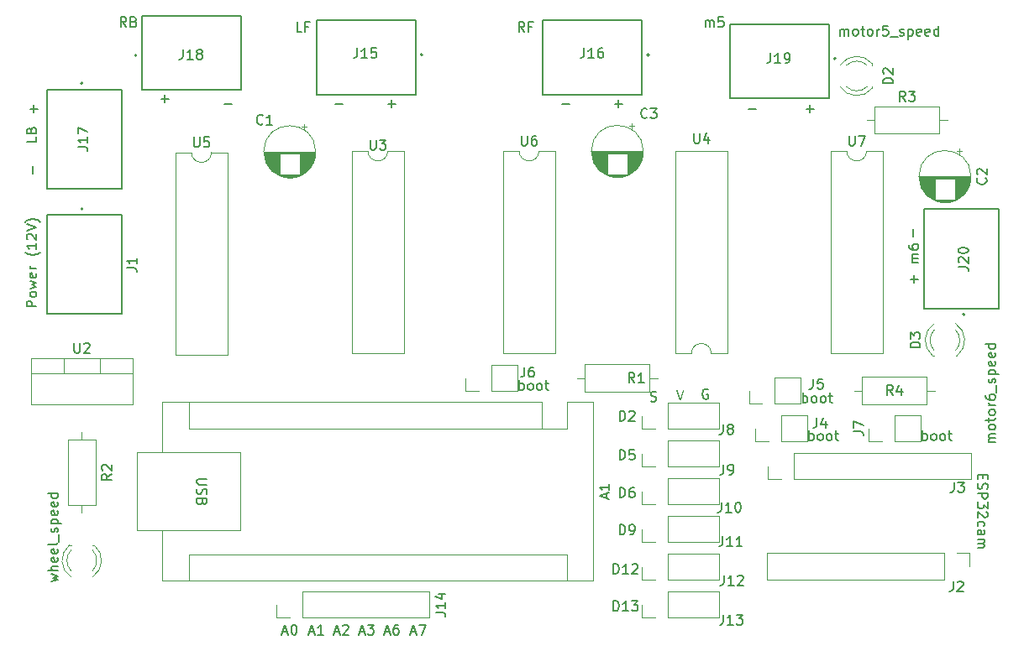
<source format=gbr>
%TF.GenerationSoftware,KiCad,Pcbnew,7.0.2*%
%TF.CreationDate,2023-05-15T21:07:48+08:00*%
%TF.ProjectId,____,5ffb7408-2e6b-4696-9361-645f70636258,rev?*%
%TF.SameCoordinates,Original*%
%TF.FileFunction,Legend,Top*%
%TF.FilePolarity,Positive*%
%FSLAX46Y46*%
G04 Gerber Fmt 4.6, Leading zero omitted, Abs format (unit mm)*
G04 Created by KiCad (PCBNEW 7.0.2) date 2023-05-15 21:07:48*
%MOMM*%
%LPD*%
G01*
G04 APERTURE LIST*
%ADD10C,0.150000*%
%ADD11C,0.120000*%
%ADD12C,0.127000*%
%ADD13C,0.200000*%
G04 APERTURE END LIST*
D10*
X73390095Y-42168666D02*
X74152000Y-42168666D01*
X73771047Y-42549619D02*
X73771047Y-41787714D01*
X57673904Y-42159333D02*
X56912000Y-42159333D01*
X91709904Y-42159333D02*
X90948000Y-42159333D01*
X115554095Y-42676666D02*
X116316000Y-42676666D01*
X115935047Y-43057619D02*
X115935047Y-42295714D01*
X75755476Y-95476904D02*
X76231666Y-95476904D01*
X75660238Y-95762619D02*
X75993571Y-94762619D01*
X75993571Y-94762619D02*
X76326904Y-95762619D01*
X76565000Y-94762619D02*
X77231666Y-94762619D01*
X77231666Y-94762619D02*
X76803095Y-95762619D01*
X96250095Y-42168666D02*
X97012000Y-42168666D01*
X96631047Y-42549619D02*
X96631047Y-41787714D01*
X68849904Y-42159333D02*
X68088000Y-42159333D01*
X87169523Y-34929619D02*
X86836190Y-34453428D01*
X86598095Y-34929619D02*
X86598095Y-33929619D01*
X86598095Y-33929619D02*
X86979047Y-33929619D01*
X86979047Y-33929619D02*
X87074285Y-33977238D01*
X87074285Y-33977238D02*
X87121904Y-34024857D01*
X87121904Y-34024857D02*
X87169523Y-34120095D01*
X87169523Y-34120095D02*
X87169523Y-34262952D01*
X87169523Y-34262952D02*
X87121904Y-34358190D01*
X87121904Y-34358190D02*
X87074285Y-34405809D01*
X87074285Y-34405809D02*
X86979047Y-34453428D01*
X86979047Y-34453428D02*
X86598095Y-34453428D01*
X87931428Y-34405809D02*
X87598095Y-34405809D01*
X87598095Y-34929619D02*
X87598095Y-33929619D01*
X87598095Y-33929619D02*
X88074285Y-33929619D01*
X110505904Y-42667333D02*
X109744000Y-42667333D01*
X37587333Y-48498095D02*
X37587333Y-49260000D01*
X115868095Y-76137619D02*
X115868095Y-75137619D01*
X115868095Y-75518571D02*
X115963333Y-75470952D01*
X115963333Y-75470952D02*
X116153809Y-75470952D01*
X116153809Y-75470952D02*
X116249047Y-75518571D01*
X116249047Y-75518571D02*
X116296666Y-75566190D01*
X116296666Y-75566190D02*
X116344285Y-75661428D01*
X116344285Y-75661428D02*
X116344285Y-75947142D01*
X116344285Y-75947142D02*
X116296666Y-76042380D01*
X116296666Y-76042380D02*
X116249047Y-76090000D01*
X116249047Y-76090000D02*
X116153809Y-76137619D01*
X116153809Y-76137619D02*
X115963333Y-76137619D01*
X115963333Y-76137619D02*
X115868095Y-76090000D01*
X116915714Y-76137619D02*
X116820476Y-76090000D01*
X116820476Y-76090000D02*
X116772857Y-76042380D01*
X116772857Y-76042380D02*
X116725238Y-75947142D01*
X116725238Y-75947142D02*
X116725238Y-75661428D01*
X116725238Y-75661428D02*
X116772857Y-75566190D01*
X116772857Y-75566190D02*
X116820476Y-75518571D01*
X116820476Y-75518571D02*
X116915714Y-75470952D01*
X116915714Y-75470952D02*
X117058571Y-75470952D01*
X117058571Y-75470952D02*
X117153809Y-75518571D01*
X117153809Y-75518571D02*
X117201428Y-75566190D01*
X117201428Y-75566190D02*
X117249047Y-75661428D01*
X117249047Y-75661428D02*
X117249047Y-75947142D01*
X117249047Y-75947142D02*
X117201428Y-76042380D01*
X117201428Y-76042380D02*
X117153809Y-76090000D01*
X117153809Y-76090000D02*
X117058571Y-76137619D01*
X117058571Y-76137619D02*
X116915714Y-76137619D01*
X117820476Y-76137619D02*
X117725238Y-76090000D01*
X117725238Y-76090000D02*
X117677619Y-76042380D01*
X117677619Y-76042380D02*
X117630000Y-75947142D01*
X117630000Y-75947142D02*
X117630000Y-75661428D01*
X117630000Y-75661428D02*
X117677619Y-75566190D01*
X117677619Y-75566190D02*
X117725238Y-75518571D01*
X117725238Y-75518571D02*
X117820476Y-75470952D01*
X117820476Y-75470952D02*
X117963333Y-75470952D01*
X117963333Y-75470952D02*
X118058571Y-75518571D01*
X118058571Y-75518571D02*
X118106190Y-75566190D01*
X118106190Y-75566190D02*
X118153809Y-75661428D01*
X118153809Y-75661428D02*
X118153809Y-75947142D01*
X118153809Y-75947142D02*
X118106190Y-76042380D01*
X118106190Y-76042380D02*
X118058571Y-76090000D01*
X118058571Y-76090000D02*
X117963333Y-76137619D01*
X117963333Y-76137619D02*
X117820476Y-76137619D01*
X118439524Y-75470952D02*
X118820476Y-75470952D01*
X118582381Y-75137619D02*
X118582381Y-75994761D01*
X118582381Y-75994761D02*
X118630000Y-76090000D01*
X118630000Y-76090000D02*
X118725238Y-76137619D01*
X118725238Y-76137619D02*
X118820476Y-76137619D01*
X47037523Y-34421619D02*
X46704190Y-33945428D01*
X46466095Y-34421619D02*
X46466095Y-33421619D01*
X46466095Y-33421619D02*
X46847047Y-33421619D01*
X46847047Y-33421619D02*
X46942285Y-33469238D01*
X46942285Y-33469238D02*
X46989904Y-33516857D01*
X46989904Y-33516857D02*
X47037523Y-33612095D01*
X47037523Y-33612095D02*
X47037523Y-33754952D01*
X47037523Y-33754952D02*
X46989904Y-33850190D01*
X46989904Y-33850190D02*
X46942285Y-33897809D01*
X46942285Y-33897809D02*
X46847047Y-33945428D01*
X46847047Y-33945428D02*
X46466095Y-33945428D01*
X47799428Y-33897809D02*
X47942285Y-33945428D01*
X47942285Y-33945428D02*
X47989904Y-33993047D01*
X47989904Y-33993047D02*
X48037523Y-34088285D01*
X48037523Y-34088285D02*
X48037523Y-34231142D01*
X48037523Y-34231142D02*
X47989904Y-34326380D01*
X47989904Y-34326380D02*
X47942285Y-34374000D01*
X47942285Y-34374000D02*
X47847047Y-34421619D01*
X47847047Y-34421619D02*
X47466095Y-34421619D01*
X47466095Y-34421619D02*
X47466095Y-33421619D01*
X47466095Y-33421619D02*
X47799428Y-33421619D01*
X47799428Y-33421619D02*
X47894666Y-33469238D01*
X47894666Y-33469238D02*
X47942285Y-33516857D01*
X47942285Y-33516857D02*
X47989904Y-33612095D01*
X47989904Y-33612095D02*
X47989904Y-33707333D01*
X47989904Y-33707333D02*
X47942285Y-33802571D01*
X47942285Y-33802571D02*
X47894666Y-33850190D01*
X47894666Y-33850190D02*
X47799428Y-33897809D01*
X47799428Y-33897809D02*
X47466095Y-33897809D01*
X96123095Y-93349619D02*
X96123095Y-92349619D01*
X96123095Y-92349619D02*
X96361190Y-92349619D01*
X96361190Y-92349619D02*
X96504047Y-92397238D01*
X96504047Y-92397238D02*
X96599285Y-92492476D01*
X96599285Y-92492476D02*
X96646904Y-92587714D01*
X96646904Y-92587714D02*
X96694523Y-92778190D01*
X96694523Y-92778190D02*
X96694523Y-92921047D01*
X96694523Y-92921047D02*
X96646904Y-93111523D01*
X96646904Y-93111523D02*
X96599285Y-93206761D01*
X96599285Y-93206761D02*
X96504047Y-93302000D01*
X96504047Y-93302000D02*
X96361190Y-93349619D01*
X96361190Y-93349619D02*
X96123095Y-93349619D01*
X97646904Y-93349619D02*
X97075476Y-93349619D01*
X97361190Y-93349619D02*
X97361190Y-92349619D01*
X97361190Y-92349619D02*
X97265952Y-92492476D01*
X97265952Y-92492476D02*
X97170714Y-92587714D01*
X97170714Y-92587714D02*
X97075476Y-92635333D01*
X97980238Y-92349619D02*
X98599285Y-92349619D01*
X98599285Y-92349619D02*
X98265952Y-92730571D01*
X98265952Y-92730571D02*
X98408809Y-92730571D01*
X98408809Y-92730571D02*
X98504047Y-92778190D01*
X98504047Y-92778190D02*
X98551666Y-92825809D01*
X98551666Y-92825809D02*
X98599285Y-92921047D01*
X98599285Y-92921047D02*
X98599285Y-93159142D01*
X98599285Y-93159142D02*
X98551666Y-93254380D01*
X98551666Y-93254380D02*
X98504047Y-93302000D01*
X98504047Y-93302000D02*
X98408809Y-93349619D01*
X98408809Y-93349619D02*
X98123095Y-93349619D01*
X98123095Y-93349619D02*
X98027857Y-93302000D01*
X98027857Y-93302000D02*
X97980238Y-93254380D01*
X96758095Y-78084219D02*
X96758095Y-77084219D01*
X96758095Y-77084219D02*
X96996190Y-77084219D01*
X96996190Y-77084219D02*
X97139047Y-77131838D01*
X97139047Y-77131838D02*
X97234285Y-77227076D01*
X97234285Y-77227076D02*
X97281904Y-77322314D01*
X97281904Y-77322314D02*
X97329523Y-77512790D01*
X97329523Y-77512790D02*
X97329523Y-77655647D01*
X97329523Y-77655647D02*
X97281904Y-77846123D01*
X97281904Y-77846123D02*
X97234285Y-77941361D01*
X97234285Y-77941361D02*
X97139047Y-78036600D01*
X97139047Y-78036600D02*
X96996190Y-78084219D01*
X96996190Y-78084219D02*
X96758095Y-78084219D01*
X98234285Y-77084219D02*
X97758095Y-77084219D01*
X97758095Y-77084219D02*
X97710476Y-77560409D01*
X97710476Y-77560409D02*
X97758095Y-77512790D01*
X97758095Y-77512790D02*
X97853333Y-77465171D01*
X97853333Y-77465171D02*
X98091428Y-77465171D01*
X98091428Y-77465171D02*
X98186666Y-77512790D01*
X98186666Y-77512790D02*
X98234285Y-77560409D01*
X98234285Y-77560409D02*
X98281904Y-77655647D01*
X98281904Y-77655647D02*
X98281904Y-77893742D01*
X98281904Y-77893742D02*
X98234285Y-77988980D01*
X98234285Y-77988980D02*
X98186666Y-78036600D01*
X98186666Y-78036600D02*
X98091428Y-78084219D01*
X98091428Y-78084219D02*
X97853333Y-78084219D01*
X97853333Y-78084219D02*
X97758095Y-78036600D01*
X97758095Y-78036600D02*
X97710476Y-77988980D01*
X37977619Y-45513714D02*
X37977619Y-45989904D01*
X37977619Y-45989904D02*
X36977619Y-45989904D01*
X37453809Y-44847047D02*
X37501428Y-44704190D01*
X37501428Y-44704190D02*
X37549047Y-44656571D01*
X37549047Y-44656571D02*
X37644285Y-44608952D01*
X37644285Y-44608952D02*
X37787142Y-44608952D01*
X37787142Y-44608952D02*
X37882380Y-44656571D01*
X37882380Y-44656571D02*
X37930000Y-44704190D01*
X37930000Y-44704190D02*
X37977619Y-44799428D01*
X37977619Y-44799428D02*
X37977619Y-45180380D01*
X37977619Y-45180380D02*
X36977619Y-45180380D01*
X36977619Y-45180380D02*
X36977619Y-44847047D01*
X36977619Y-44847047D02*
X37025238Y-44751809D01*
X37025238Y-44751809D02*
X37072857Y-44704190D01*
X37072857Y-44704190D02*
X37168095Y-44656571D01*
X37168095Y-44656571D02*
X37263333Y-44656571D01*
X37263333Y-44656571D02*
X37358571Y-44704190D01*
X37358571Y-44704190D02*
X37406190Y-44751809D01*
X37406190Y-44751809D02*
X37453809Y-44847047D01*
X37453809Y-44847047D02*
X37453809Y-45180380D01*
X107203809Y-93746619D02*
X107203809Y-94460904D01*
X107203809Y-94460904D02*
X107156190Y-94603761D01*
X107156190Y-94603761D02*
X107060952Y-94699000D01*
X107060952Y-94699000D02*
X106918095Y-94746619D01*
X106918095Y-94746619D02*
X106822857Y-94746619D01*
X108203809Y-94746619D02*
X107632381Y-94746619D01*
X107918095Y-94746619D02*
X107918095Y-93746619D01*
X107918095Y-93746619D02*
X107822857Y-93889476D01*
X107822857Y-93889476D02*
X107727619Y-93984714D01*
X107727619Y-93984714D02*
X107632381Y-94032333D01*
X108537143Y-93746619D02*
X109156190Y-93746619D01*
X109156190Y-93746619D02*
X108822857Y-94127571D01*
X108822857Y-94127571D02*
X108965714Y-94127571D01*
X108965714Y-94127571D02*
X109060952Y-94175190D01*
X109060952Y-94175190D02*
X109108571Y-94222809D01*
X109108571Y-94222809D02*
X109156190Y-94318047D01*
X109156190Y-94318047D02*
X109156190Y-94556142D01*
X109156190Y-94556142D02*
X109108571Y-94651380D01*
X109108571Y-94651380D02*
X109060952Y-94699000D01*
X109060952Y-94699000D02*
X108965714Y-94746619D01*
X108965714Y-94746619D02*
X108680000Y-94746619D01*
X108680000Y-94746619D02*
X108584762Y-94699000D01*
X108584762Y-94699000D02*
X108537143Y-94651380D01*
X96758095Y-81894219D02*
X96758095Y-80894219D01*
X96758095Y-80894219D02*
X96996190Y-80894219D01*
X96996190Y-80894219D02*
X97139047Y-80941838D01*
X97139047Y-80941838D02*
X97234285Y-81037076D01*
X97234285Y-81037076D02*
X97281904Y-81132314D01*
X97281904Y-81132314D02*
X97329523Y-81322790D01*
X97329523Y-81322790D02*
X97329523Y-81465647D01*
X97329523Y-81465647D02*
X97281904Y-81656123D01*
X97281904Y-81656123D02*
X97234285Y-81751361D01*
X97234285Y-81751361D02*
X97139047Y-81846600D01*
X97139047Y-81846600D02*
X96996190Y-81894219D01*
X96996190Y-81894219D02*
X96758095Y-81894219D01*
X98186666Y-80894219D02*
X97996190Y-80894219D01*
X97996190Y-80894219D02*
X97900952Y-80941838D01*
X97900952Y-80941838D02*
X97853333Y-80989457D01*
X97853333Y-80989457D02*
X97758095Y-81132314D01*
X97758095Y-81132314D02*
X97710476Y-81322790D01*
X97710476Y-81322790D02*
X97710476Y-81703742D01*
X97710476Y-81703742D02*
X97758095Y-81798980D01*
X97758095Y-81798980D02*
X97805714Y-81846600D01*
X97805714Y-81846600D02*
X97900952Y-81894219D01*
X97900952Y-81894219D02*
X98091428Y-81894219D01*
X98091428Y-81894219D02*
X98186666Y-81846600D01*
X98186666Y-81846600D02*
X98234285Y-81798980D01*
X98234285Y-81798980D02*
X98281904Y-81703742D01*
X98281904Y-81703742D02*
X98281904Y-81465647D01*
X98281904Y-81465647D02*
X98234285Y-81370409D01*
X98234285Y-81370409D02*
X98186666Y-81322790D01*
X98186666Y-81322790D02*
X98091428Y-81275171D01*
X98091428Y-81275171D02*
X97900952Y-81275171D01*
X97900952Y-81275171D02*
X97805714Y-81322790D01*
X97805714Y-81322790D02*
X97758095Y-81370409D01*
X97758095Y-81370409D02*
X97710476Y-81465647D01*
X64722285Y-34929619D02*
X64246095Y-34929619D01*
X64246095Y-34929619D02*
X64246095Y-33929619D01*
X65388952Y-34405809D02*
X65055619Y-34405809D01*
X65055619Y-34929619D02*
X65055619Y-33929619D01*
X65055619Y-33929619D02*
X65531809Y-33929619D01*
X73088476Y-95476904D02*
X73564666Y-95476904D01*
X72993238Y-95762619D02*
X73326571Y-94762619D01*
X73326571Y-94762619D02*
X73659904Y-95762619D01*
X74421809Y-94762619D02*
X74231333Y-94762619D01*
X74231333Y-94762619D02*
X74136095Y-94810238D01*
X74136095Y-94810238D02*
X74088476Y-94857857D01*
X74088476Y-94857857D02*
X73993238Y-95000714D01*
X73993238Y-95000714D02*
X73945619Y-95191190D01*
X73945619Y-95191190D02*
X73945619Y-95572142D01*
X73945619Y-95572142D02*
X73993238Y-95667380D01*
X73993238Y-95667380D02*
X74040857Y-95715000D01*
X74040857Y-95715000D02*
X74136095Y-95762619D01*
X74136095Y-95762619D02*
X74326571Y-95762619D01*
X74326571Y-95762619D02*
X74421809Y-95715000D01*
X74421809Y-95715000D02*
X74469428Y-95667380D01*
X74469428Y-95667380D02*
X74517047Y-95572142D01*
X74517047Y-95572142D02*
X74517047Y-95334047D01*
X74517047Y-95334047D02*
X74469428Y-95238809D01*
X74469428Y-95238809D02*
X74421809Y-95191190D01*
X74421809Y-95191190D02*
X74326571Y-95143571D01*
X74326571Y-95143571D02*
X74136095Y-95143571D01*
X74136095Y-95143571D02*
X74040857Y-95191190D01*
X74040857Y-95191190D02*
X73993238Y-95238809D01*
X73993238Y-95238809D02*
X73945619Y-95334047D01*
X127298095Y-76137619D02*
X127298095Y-75137619D01*
X127298095Y-75518571D02*
X127393333Y-75470952D01*
X127393333Y-75470952D02*
X127583809Y-75470952D01*
X127583809Y-75470952D02*
X127679047Y-75518571D01*
X127679047Y-75518571D02*
X127726666Y-75566190D01*
X127726666Y-75566190D02*
X127774285Y-75661428D01*
X127774285Y-75661428D02*
X127774285Y-75947142D01*
X127774285Y-75947142D02*
X127726666Y-76042380D01*
X127726666Y-76042380D02*
X127679047Y-76090000D01*
X127679047Y-76090000D02*
X127583809Y-76137619D01*
X127583809Y-76137619D02*
X127393333Y-76137619D01*
X127393333Y-76137619D02*
X127298095Y-76090000D01*
X128345714Y-76137619D02*
X128250476Y-76090000D01*
X128250476Y-76090000D02*
X128202857Y-76042380D01*
X128202857Y-76042380D02*
X128155238Y-75947142D01*
X128155238Y-75947142D02*
X128155238Y-75661428D01*
X128155238Y-75661428D02*
X128202857Y-75566190D01*
X128202857Y-75566190D02*
X128250476Y-75518571D01*
X128250476Y-75518571D02*
X128345714Y-75470952D01*
X128345714Y-75470952D02*
X128488571Y-75470952D01*
X128488571Y-75470952D02*
X128583809Y-75518571D01*
X128583809Y-75518571D02*
X128631428Y-75566190D01*
X128631428Y-75566190D02*
X128679047Y-75661428D01*
X128679047Y-75661428D02*
X128679047Y-75947142D01*
X128679047Y-75947142D02*
X128631428Y-76042380D01*
X128631428Y-76042380D02*
X128583809Y-76090000D01*
X128583809Y-76090000D02*
X128488571Y-76137619D01*
X128488571Y-76137619D02*
X128345714Y-76137619D01*
X129250476Y-76137619D02*
X129155238Y-76090000D01*
X129155238Y-76090000D02*
X129107619Y-76042380D01*
X129107619Y-76042380D02*
X129060000Y-75947142D01*
X129060000Y-75947142D02*
X129060000Y-75661428D01*
X129060000Y-75661428D02*
X129107619Y-75566190D01*
X129107619Y-75566190D02*
X129155238Y-75518571D01*
X129155238Y-75518571D02*
X129250476Y-75470952D01*
X129250476Y-75470952D02*
X129393333Y-75470952D01*
X129393333Y-75470952D02*
X129488571Y-75518571D01*
X129488571Y-75518571D02*
X129536190Y-75566190D01*
X129536190Y-75566190D02*
X129583809Y-75661428D01*
X129583809Y-75661428D02*
X129583809Y-75947142D01*
X129583809Y-75947142D02*
X129536190Y-76042380D01*
X129536190Y-76042380D02*
X129488571Y-76090000D01*
X129488571Y-76090000D02*
X129393333Y-76137619D01*
X129393333Y-76137619D02*
X129250476Y-76137619D01*
X129869524Y-75470952D02*
X130250476Y-75470952D01*
X130012381Y-75137619D02*
X130012381Y-75994761D01*
X130012381Y-75994761D02*
X130060000Y-76090000D01*
X130060000Y-76090000D02*
X130155238Y-76137619D01*
X130155238Y-76137619D02*
X130250476Y-76137619D01*
X86658095Y-71057619D02*
X86658095Y-70057619D01*
X86658095Y-70438571D02*
X86753333Y-70390952D01*
X86753333Y-70390952D02*
X86943809Y-70390952D01*
X86943809Y-70390952D02*
X87039047Y-70438571D01*
X87039047Y-70438571D02*
X87086666Y-70486190D01*
X87086666Y-70486190D02*
X87134285Y-70581428D01*
X87134285Y-70581428D02*
X87134285Y-70867142D01*
X87134285Y-70867142D02*
X87086666Y-70962380D01*
X87086666Y-70962380D02*
X87039047Y-71010000D01*
X87039047Y-71010000D02*
X86943809Y-71057619D01*
X86943809Y-71057619D02*
X86753333Y-71057619D01*
X86753333Y-71057619D02*
X86658095Y-71010000D01*
X87705714Y-71057619D02*
X87610476Y-71010000D01*
X87610476Y-71010000D02*
X87562857Y-70962380D01*
X87562857Y-70962380D02*
X87515238Y-70867142D01*
X87515238Y-70867142D02*
X87515238Y-70581428D01*
X87515238Y-70581428D02*
X87562857Y-70486190D01*
X87562857Y-70486190D02*
X87610476Y-70438571D01*
X87610476Y-70438571D02*
X87705714Y-70390952D01*
X87705714Y-70390952D02*
X87848571Y-70390952D01*
X87848571Y-70390952D02*
X87943809Y-70438571D01*
X87943809Y-70438571D02*
X87991428Y-70486190D01*
X87991428Y-70486190D02*
X88039047Y-70581428D01*
X88039047Y-70581428D02*
X88039047Y-70867142D01*
X88039047Y-70867142D02*
X87991428Y-70962380D01*
X87991428Y-70962380D02*
X87943809Y-71010000D01*
X87943809Y-71010000D02*
X87848571Y-71057619D01*
X87848571Y-71057619D02*
X87705714Y-71057619D01*
X88610476Y-71057619D02*
X88515238Y-71010000D01*
X88515238Y-71010000D02*
X88467619Y-70962380D01*
X88467619Y-70962380D02*
X88420000Y-70867142D01*
X88420000Y-70867142D02*
X88420000Y-70581428D01*
X88420000Y-70581428D02*
X88467619Y-70486190D01*
X88467619Y-70486190D02*
X88515238Y-70438571D01*
X88515238Y-70438571D02*
X88610476Y-70390952D01*
X88610476Y-70390952D02*
X88753333Y-70390952D01*
X88753333Y-70390952D02*
X88848571Y-70438571D01*
X88848571Y-70438571D02*
X88896190Y-70486190D01*
X88896190Y-70486190D02*
X88943809Y-70581428D01*
X88943809Y-70581428D02*
X88943809Y-70867142D01*
X88943809Y-70867142D02*
X88896190Y-70962380D01*
X88896190Y-70962380D02*
X88848571Y-71010000D01*
X88848571Y-71010000D02*
X88753333Y-71057619D01*
X88753333Y-71057619D02*
X88610476Y-71057619D01*
X89229524Y-70390952D02*
X89610476Y-70390952D01*
X89372381Y-70057619D02*
X89372381Y-70914761D01*
X89372381Y-70914761D02*
X89420000Y-71010000D01*
X89420000Y-71010000D02*
X89515238Y-71057619D01*
X89515238Y-71057619D02*
X89610476Y-71057619D01*
X126344266Y-55554904D02*
X126344266Y-54793000D01*
X126877619Y-58181904D02*
X126210952Y-58181904D01*
X126306190Y-58181904D02*
X126258571Y-58134285D01*
X126258571Y-58134285D02*
X126210952Y-58039047D01*
X126210952Y-58039047D02*
X126210952Y-57896190D01*
X126210952Y-57896190D02*
X126258571Y-57800952D01*
X126258571Y-57800952D02*
X126353809Y-57753333D01*
X126353809Y-57753333D02*
X126877619Y-57753333D01*
X126353809Y-57753333D02*
X126258571Y-57705714D01*
X126258571Y-57705714D02*
X126210952Y-57610476D01*
X126210952Y-57610476D02*
X126210952Y-57467619D01*
X126210952Y-57467619D02*
X126258571Y-57372380D01*
X126258571Y-57372380D02*
X126353809Y-57324761D01*
X126353809Y-57324761D02*
X126877619Y-57324761D01*
X125877619Y-56420000D02*
X125877619Y-56610476D01*
X125877619Y-56610476D02*
X125925238Y-56705714D01*
X125925238Y-56705714D02*
X125972857Y-56753333D01*
X125972857Y-56753333D02*
X126115714Y-56848571D01*
X126115714Y-56848571D02*
X126306190Y-56896190D01*
X126306190Y-56896190D02*
X126687142Y-56896190D01*
X126687142Y-56896190D02*
X126782380Y-56848571D01*
X126782380Y-56848571D02*
X126830000Y-56800952D01*
X126830000Y-56800952D02*
X126877619Y-56705714D01*
X126877619Y-56705714D02*
X126877619Y-56515238D01*
X126877619Y-56515238D02*
X126830000Y-56420000D01*
X126830000Y-56420000D02*
X126782380Y-56372381D01*
X126782380Y-56372381D02*
X126687142Y-56324762D01*
X126687142Y-56324762D02*
X126449047Y-56324762D01*
X126449047Y-56324762D02*
X126353809Y-56372381D01*
X126353809Y-56372381D02*
X126306190Y-56420000D01*
X126306190Y-56420000D02*
X126258571Y-56515238D01*
X126258571Y-56515238D02*
X126258571Y-56705714D01*
X126258571Y-56705714D02*
X126306190Y-56800952D01*
X126306190Y-56800952D02*
X126353809Y-56848571D01*
X126353809Y-56848571D02*
X126449047Y-56896190D01*
X126069695Y-59861666D02*
X126831600Y-59861666D01*
X126450647Y-60242619D02*
X126450647Y-59480714D01*
X96758095Y-74172619D02*
X96758095Y-73172619D01*
X96758095Y-73172619D02*
X96996190Y-73172619D01*
X96996190Y-73172619D02*
X97139047Y-73220238D01*
X97139047Y-73220238D02*
X97234285Y-73315476D01*
X97234285Y-73315476D02*
X97281904Y-73410714D01*
X97281904Y-73410714D02*
X97329523Y-73601190D01*
X97329523Y-73601190D02*
X97329523Y-73744047D01*
X97329523Y-73744047D02*
X97281904Y-73934523D01*
X97281904Y-73934523D02*
X97234285Y-74029761D01*
X97234285Y-74029761D02*
X97139047Y-74125000D01*
X97139047Y-74125000D02*
X96996190Y-74172619D01*
X96996190Y-74172619D02*
X96758095Y-74172619D01*
X97710476Y-73267857D02*
X97758095Y-73220238D01*
X97758095Y-73220238D02*
X97853333Y-73172619D01*
X97853333Y-73172619D02*
X98091428Y-73172619D01*
X98091428Y-73172619D02*
X98186666Y-73220238D01*
X98186666Y-73220238D02*
X98234285Y-73267857D01*
X98234285Y-73267857D02*
X98281904Y-73363095D01*
X98281904Y-73363095D02*
X98281904Y-73458333D01*
X98281904Y-73458333D02*
X98234285Y-73601190D01*
X98234285Y-73601190D02*
X97662857Y-74172619D01*
X97662857Y-74172619D02*
X98281904Y-74172619D01*
X65468476Y-95476904D02*
X65944666Y-95476904D01*
X65373238Y-95762619D02*
X65706571Y-94762619D01*
X65706571Y-94762619D02*
X66039904Y-95762619D01*
X66897047Y-95762619D02*
X66325619Y-95762619D01*
X66611333Y-95762619D02*
X66611333Y-94762619D01*
X66611333Y-94762619D02*
X66516095Y-94905476D01*
X66516095Y-94905476D02*
X66420857Y-95000714D01*
X66420857Y-95000714D02*
X66325619Y-95048333D01*
X105663904Y-71010438D02*
X105568666Y-70962819D01*
X105568666Y-70962819D02*
X105425809Y-70962819D01*
X105425809Y-70962819D02*
X105282952Y-71010438D01*
X105282952Y-71010438D02*
X105187714Y-71105676D01*
X105187714Y-71105676D02*
X105140095Y-71200914D01*
X105140095Y-71200914D02*
X105092476Y-71391390D01*
X105092476Y-71391390D02*
X105092476Y-71534247D01*
X105092476Y-71534247D02*
X105140095Y-71724723D01*
X105140095Y-71724723D02*
X105187714Y-71819961D01*
X105187714Y-71819961D02*
X105282952Y-71915200D01*
X105282952Y-71915200D02*
X105425809Y-71962819D01*
X105425809Y-71962819D02*
X105521047Y-71962819D01*
X105521047Y-71962819D02*
X105663904Y-71915200D01*
X105663904Y-71915200D02*
X105711523Y-71867580D01*
X105711523Y-71867580D02*
X105711523Y-71534247D01*
X105711523Y-71534247D02*
X105521047Y-71534247D01*
X39469952Y-90408142D02*
X40136619Y-90217666D01*
X40136619Y-90217666D02*
X39660428Y-90027190D01*
X39660428Y-90027190D02*
X40136619Y-89836714D01*
X40136619Y-89836714D02*
X39469952Y-89646238D01*
X40136619Y-89265285D02*
X39136619Y-89265285D01*
X40136619Y-88836714D02*
X39612809Y-88836714D01*
X39612809Y-88836714D02*
X39517571Y-88884333D01*
X39517571Y-88884333D02*
X39469952Y-88979571D01*
X39469952Y-88979571D02*
X39469952Y-89122428D01*
X39469952Y-89122428D02*
X39517571Y-89217666D01*
X39517571Y-89217666D02*
X39565190Y-89265285D01*
X40089000Y-87979571D02*
X40136619Y-88074809D01*
X40136619Y-88074809D02*
X40136619Y-88265285D01*
X40136619Y-88265285D02*
X40089000Y-88360523D01*
X40089000Y-88360523D02*
X39993761Y-88408142D01*
X39993761Y-88408142D02*
X39612809Y-88408142D01*
X39612809Y-88408142D02*
X39517571Y-88360523D01*
X39517571Y-88360523D02*
X39469952Y-88265285D01*
X39469952Y-88265285D02*
X39469952Y-88074809D01*
X39469952Y-88074809D02*
X39517571Y-87979571D01*
X39517571Y-87979571D02*
X39612809Y-87931952D01*
X39612809Y-87931952D02*
X39708047Y-87931952D01*
X39708047Y-87931952D02*
X39803285Y-88408142D01*
X40089000Y-87122428D02*
X40136619Y-87217666D01*
X40136619Y-87217666D02*
X40136619Y-87408142D01*
X40136619Y-87408142D02*
X40089000Y-87503380D01*
X40089000Y-87503380D02*
X39993761Y-87550999D01*
X39993761Y-87550999D02*
X39612809Y-87550999D01*
X39612809Y-87550999D02*
X39517571Y-87503380D01*
X39517571Y-87503380D02*
X39469952Y-87408142D01*
X39469952Y-87408142D02*
X39469952Y-87217666D01*
X39469952Y-87217666D02*
X39517571Y-87122428D01*
X39517571Y-87122428D02*
X39612809Y-87074809D01*
X39612809Y-87074809D02*
X39708047Y-87074809D01*
X39708047Y-87074809D02*
X39803285Y-87550999D01*
X40136619Y-86503380D02*
X40089000Y-86598618D01*
X40089000Y-86598618D02*
X39993761Y-86646237D01*
X39993761Y-86646237D02*
X39136619Y-86646237D01*
X40231857Y-86360523D02*
X40231857Y-85598618D01*
X40089000Y-85408141D02*
X40136619Y-85312903D01*
X40136619Y-85312903D02*
X40136619Y-85122427D01*
X40136619Y-85122427D02*
X40089000Y-85027189D01*
X40089000Y-85027189D02*
X39993761Y-84979570D01*
X39993761Y-84979570D02*
X39946142Y-84979570D01*
X39946142Y-84979570D02*
X39850904Y-85027189D01*
X39850904Y-85027189D02*
X39803285Y-85122427D01*
X39803285Y-85122427D02*
X39803285Y-85265284D01*
X39803285Y-85265284D02*
X39755666Y-85360522D01*
X39755666Y-85360522D02*
X39660428Y-85408141D01*
X39660428Y-85408141D02*
X39612809Y-85408141D01*
X39612809Y-85408141D02*
X39517571Y-85360522D01*
X39517571Y-85360522D02*
X39469952Y-85265284D01*
X39469952Y-85265284D02*
X39469952Y-85122427D01*
X39469952Y-85122427D02*
X39517571Y-85027189D01*
X39469952Y-84550998D02*
X40469952Y-84550998D01*
X39517571Y-84550998D02*
X39469952Y-84455760D01*
X39469952Y-84455760D02*
X39469952Y-84265284D01*
X39469952Y-84265284D02*
X39517571Y-84170046D01*
X39517571Y-84170046D02*
X39565190Y-84122427D01*
X39565190Y-84122427D02*
X39660428Y-84074808D01*
X39660428Y-84074808D02*
X39946142Y-84074808D01*
X39946142Y-84074808D02*
X40041380Y-84122427D01*
X40041380Y-84122427D02*
X40089000Y-84170046D01*
X40089000Y-84170046D02*
X40136619Y-84265284D01*
X40136619Y-84265284D02*
X40136619Y-84455760D01*
X40136619Y-84455760D02*
X40089000Y-84550998D01*
X40089000Y-83265284D02*
X40136619Y-83360522D01*
X40136619Y-83360522D02*
X40136619Y-83550998D01*
X40136619Y-83550998D02*
X40089000Y-83646236D01*
X40089000Y-83646236D02*
X39993761Y-83693855D01*
X39993761Y-83693855D02*
X39612809Y-83693855D01*
X39612809Y-83693855D02*
X39517571Y-83646236D01*
X39517571Y-83646236D02*
X39469952Y-83550998D01*
X39469952Y-83550998D02*
X39469952Y-83360522D01*
X39469952Y-83360522D02*
X39517571Y-83265284D01*
X39517571Y-83265284D02*
X39612809Y-83217665D01*
X39612809Y-83217665D02*
X39708047Y-83217665D01*
X39708047Y-83217665D02*
X39803285Y-83693855D01*
X40089000Y-82408141D02*
X40136619Y-82503379D01*
X40136619Y-82503379D02*
X40136619Y-82693855D01*
X40136619Y-82693855D02*
X40089000Y-82789093D01*
X40089000Y-82789093D02*
X39993761Y-82836712D01*
X39993761Y-82836712D02*
X39612809Y-82836712D01*
X39612809Y-82836712D02*
X39517571Y-82789093D01*
X39517571Y-82789093D02*
X39469952Y-82693855D01*
X39469952Y-82693855D02*
X39469952Y-82503379D01*
X39469952Y-82503379D02*
X39517571Y-82408141D01*
X39517571Y-82408141D02*
X39612809Y-82360522D01*
X39612809Y-82360522D02*
X39708047Y-82360522D01*
X39708047Y-82360522D02*
X39803285Y-82836712D01*
X40136619Y-81503379D02*
X39136619Y-81503379D01*
X40089000Y-81503379D02*
X40136619Y-81598617D01*
X40136619Y-81598617D02*
X40136619Y-81789093D01*
X40136619Y-81789093D02*
X40089000Y-81884331D01*
X40089000Y-81884331D02*
X40041380Y-81931950D01*
X40041380Y-81931950D02*
X39946142Y-81979569D01*
X39946142Y-81979569D02*
X39660428Y-81979569D01*
X39660428Y-81979569D02*
X39565190Y-81931950D01*
X39565190Y-81931950D02*
X39517571Y-81884331D01*
X39517571Y-81884331D02*
X39469952Y-81789093D01*
X39469952Y-81789093D02*
X39469952Y-81598617D01*
X39469952Y-81598617D02*
X39517571Y-81503379D01*
X70548476Y-95476904D02*
X71024666Y-95476904D01*
X70453238Y-95762619D02*
X70786571Y-94762619D01*
X70786571Y-94762619D02*
X71119904Y-95762619D01*
X71358000Y-94762619D02*
X71977047Y-94762619D01*
X71977047Y-94762619D02*
X71643714Y-95143571D01*
X71643714Y-95143571D02*
X71786571Y-95143571D01*
X71786571Y-95143571D02*
X71881809Y-95191190D01*
X71881809Y-95191190D02*
X71929428Y-95238809D01*
X71929428Y-95238809D02*
X71977047Y-95334047D01*
X71977047Y-95334047D02*
X71977047Y-95572142D01*
X71977047Y-95572142D02*
X71929428Y-95667380D01*
X71929428Y-95667380D02*
X71881809Y-95715000D01*
X71881809Y-95715000D02*
X71786571Y-95762619D01*
X71786571Y-95762619D02*
X71500857Y-95762619D01*
X71500857Y-95762619D02*
X71405619Y-95715000D01*
X71405619Y-95715000D02*
X71358000Y-95667380D01*
G36*
X102878568Y-72118400D02*
G01*
X102826300Y-72118400D01*
X102814760Y-72117292D01*
X102804868Y-72113969D01*
X102796625Y-72108430D01*
X102790030Y-72100677D01*
X102785084Y-72090708D01*
X102783802Y-72086892D01*
X102489733Y-71164875D01*
X102487063Y-71155411D01*
X102484607Y-71142359D01*
X102484009Y-71130681D01*
X102485271Y-71120377D01*
X102489844Y-71108776D01*
X102497723Y-71099617D01*
X102508907Y-71092900D01*
X102519463Y-71089465D01*
X102531879Y-71087405D01*
X102546154Y-71086718D01*
X102556575Y-71087175D01*
X102569268Y-71089207D01*
X102580587Y-71092865D01*
X102590532Y-71098149D01*
X102599104Y-71105058D01*
X102606301Y-71113593D01*
X102612125Y-71123754D01*
X102616575Y-71135541D01*
X102617472Y-71138741D01*
X102768659Y-71645790D01*
X102772368Y-71658494D01*
X102775531Y-71669390D01*
X102779020Y-71681458D01*
X102782835Y-71694698D01*
X102785560Y-71704175D01*
X102788430Y-71714174D01*
X102791445Y-71724694D01*
X102794605Y-71735734D01*
X102797910Y-71747296D01*
X102801360Y-71759378D01*
X102804955Y-71771981D01*
X102808695Y-71785106D01*
X102812580Y-71798751D01*
X102814576Y-71805769D01*
X102818566Y-71819755D01*
X102822476Y-71833383D01*
X102826306Y-71846653D01*
X102830055Y-71859563D01*
X102833725Y-71872115D01*
X102837314Y-71884308D01*
X102840823Y-71896142D01*
X102844252Y-71907618D01*
X102847601Y-71918735D01*
X102850869Y-71929493D01*
X102854058Y-71939892D01*
X102857166Y-71949933D01*
X102860195Y-71959615D01*
X102863143Y-71968938D01*
X102867414Y-71982250D01*
X102868798Y-71986508D01*
X102874416Y-71986508D01*
X102878359Y-71973746D01*
X102882496Y-71960190D01*
X102885361Y-71950712D01*
X102888312Y-71940880D01*
X102891349Y-71930695D01*
X102894472Y-71920157D01*
X102897680Y-71909267D01*
X102900975Y-71898023D01*
X102904355Y-71886426D01*
X102907821Y-71874476D01*
X102911373Y-71862173D01*
X102915011Y-71849518D01*
X102918735Y-71836509D01*
X102922544Y-71823147D01*
X102926440Y-71809432D01*
X102930349Y-71795741D01*
X102934141Y-71782512D01*
X102937814Y-71769745D01*
X102941369Y-71757439D01*
X102944806Y-71745595D01*
X102948124Y-71734213D01*
X102951324Y-71723293D01*
X102954406Y-71712834D01*
X102957369Y-71702837D01*
X102960214Y-71693302D01*
X102964260Y-71679866D01*
X102968039Y-71667468D01*
X102971553Y-71656109D01*
X102974800Y-71645790D01*
X103124521Y-71138741D01*
X103127697Y-71129444D01*
X103132981Y-71118470D01*
X103139463Y-71109122D01*
X103147143Y-71101400D01*
X103156022Y-71095304D01*
X103166098Y-71090833D01*
X103177374Y-71087988D01*
X103189847Y-71086769D01*
X103193153Y-71086718D01*
X103206958Y-71087394D01*
X103218973Y-71089423D01*
X103229198Y-71092804D01*
X103240045Y-71099415D01*
X103247710Y-71108431D01*
X103252193Y-71119851D01*
X103253466Y-71129994D01*
X103252948Y-71141490D01*
X103250641Y-71154338D01*
X103248108Y-71163654D01*
X102965030Y-72055141D01*
X102960991Y-72066446D01*
X102956111Y-72076639D01*
X102950390Y-72085720D01*
X102943827Y-72093689D01*
X102936422Y-72100546D01*
X102928176Y-72106291D01*
X102919089Y-72110925D01*
X102909160Y-72114446D01*
X102898389Y-72116855D01*
X102886777Y-72118152D01*
X102878568Y-72118400D01*
G37*
X96758095Y-85653419D02*
X96758095Y-84653419D01*
X96758095Y-84653419D02*
X96996190Y-84653419D01*
X96996190Y-84653419D02*
X97139047Y-84701038D01*
X97139047Y-84701038D02*
X97234285Y-84796276D01*
X97234285Y-84796276D02*
X97281904Y-84891514D01*
X97281904Y-84891514D02*
X97329523Y-85081990D01*
X97329523Y-85081990D02*
X97329523Y-85224847D01*
X97329523Y-85224847D02*
X97281904Y-85415323D01*
X97281904Y-85415323D02*
X97234285Y-85510561D01*
X97234285Y-85510561D02*
X97139047Y-85605800D01*
X97139047Y-85605800D02*
X96996190Y-85653419D01*
X96996190Y-85653419D02*
X96758095Y-85653419D01*
X97805714Y-85653419D02*
X97996190Y-85653419D01*
X97996190Y-85653419D02*
X98091428Y-85605800D01*
X98091428Y-85605800D02*
X98139047Y-85558180D01*
X98139047Y-85558180D02*
X98234285Y-85415323D01*
X98234285Y-85415323D02*
X98281904Y-85224847D01*
X98281904Y-85224847D02*
X98281904Y-84843895D01*
X98281904Y-84843895D02*
X98234285Y-84748657D01*
X98234285Y-84748657D02*
X98186666Y-84701038D01*
X98186666Y-84701038D02*
X98091428Y-84653419D01*
X98091428Y-84653419D02*
X97900952Y-84653419D01*
X97900952Y-84653419D02*
X97805714Y-84701038D01*
X97805714Y-84701038D02*
X97758095Y-84748657D01*
X97758095Y-84748657D02*
X97710476Y-84843895D01*
X97710476Y-84843895D02*
X97710476Y-85081990D01*
X97710476Y-85081990D02*
X97758095Y-85177228D01*
X97758095Y-85177228D02*
X97805714Y-85224847D01*
X97805714Y-85224847D02*
X97900952Y-85272466D01*
X97900952Y-85272466D02*
X98091428Y-85272466D01*
X98091428Y-85272466D02*
X98186666Y-85224847D01*
X98186666Y-85224847D02*
X98234285Y-85177228D01*
X98234285Y-85177228D02*
X98281904Y-85081990D01*
X118983095Y-35310619D02*
X118983095Y-34643952D01*
X118983095Y-34739190D02*
X119030714Y-34691571D01*
X119030714Y-34691571D02*
X119125952Y-34643952D01*
X119125952Y-34643952D02*
X119268809Y-34643952D01*
X119268809Y-34643952D02*
X119364047Y-34691571D01*
X119364047Y-34691571D02*
X119411666Y-34786809D01*
X119411666Y-34786809D02*
X119411666Y-35310619D01*
X119411666Y-34786809D02*
X119459285Y-34691571D01*
X119459285Y-34691571D02*
X119554523Y-34643952D01*
X119554523Y-34643952D02*
X119697380Y-34643952D01*
X119697380Y-34643952D02*
X119792619Y-34691571D01*
X119792619Y-34691571D02*
X119840238Y-34786809D01*
X119840238Y-34786809D02*
X119840238Y-35310619D01*
X120459285Y-35310619D02*
X120364047Y-35263000D01*
X120364047Y-35263000D02*
X120316428Y-35215380D01*
X120316428Y-35215380D02*
X120268809Y-35120142D01*
X120268809Y-35120142D02*
X120268809Y-34834428D01*
X120268809Y-34834428D02*
X120316428Y-34739190D01*
X120316428Y-34739190D02*
X120364047Y-34691571D01*
X120364047Y-34691571D02*
X120459285Y-34643952D01*
X120459285Y-34643952D02*
X120602142Y-34643952D01*
X120602142Y-34643952D02*
X120697380Y-34691571D01*
X120697380Y-34691571D02*
X120744999Y-34739190D01*
X120744999Y-34739190D02*
X120792618Y-34834428D01*
X120792618Y-34834428D02*
X120792618Y-35120142D01*
X120792618Y-35120142D02*
X120744999Y-35215380D01*
X120744999Y-35215380D02*
X120697380Y-35263000D01*
X120697380Y-35263000D02*
X120602142Y-35310619D01*
X120602142Y-35310619D02*
X120459285Y-35310619D01*
X121078333Y-34643952D02*
X121459285Y-34643952D01*
X121221190Y-34310619D02*
X121221190Y-35167761D01*
X121221190Y-35167761D02*
X121268809Y-35263000D01*
X121268809Y-35263000D02*
X121364047Y-35310619D01*
X121364047Y-35310619D02*
X121459285Y-35310619D01*
X121935476Y-35310619D02*
X121840238Y-35263000D01*
X121840238Y-35263000D02*
X121792619Y-35215380D01*
X121792619Y-35215380D02*
X121745000Y-35120142D01*
X121745000Y-35120142D02*
X121745000Y-34834428D01*
X121745000Y-34834428D02*
X121792619Y-34739190D01*
X121792619Y-34739190D02*
X121840238Y-34691571D01*
X121840238Y-34691571D02*
X121935476Y-34643952D01*
X121935476Y-34643952D02*
X122078333Y-34643952D01*
X122078333Y-34643952D02*
X122173571Y-34691571D01*
X122173571Y-34691571D02*
X122221190Y-34739190D01*
X122221190Y-34739190D02*
X122268809Y-34834428D01*
X122268809Y-34834428D02*
X122268809Y-35120142D01*
X122268809Y-35120142D02*
X122221190Y-35215380D01*
X122221190Y-35215380D02*
X122173571Y-35263000D01*
X122173571Y-35263000D02*
X122078333Y-35310619D01*
X122078333Y-35310619D02*
X121935476Y-35310619D01*
X122697381Y-35310619D02*
X122697381Y-34643952D01*
X122697381Y-34834428D02*
X122745000Y-34739190D01*
X122745000Y-34739190D02*
X122792619Y-34691571D01*
X122792619Y-34691571D02*
X122887857Y-34643952D01*
X122887857Y-34643952D02*
X122983095Y-34643952D01*
X123792619Y-34310619D02*
X123316429Y-34310619D01*
X123316429Y-34310619D02*
X123268810Y-34786809D01*
X123268810Y-34786809D02*
X123316429Y-34739190D01*
X123316429Y-34739190D02*
X123411667Y-34691571D01*
X123411667Y-34691571D02*
X123649762Y-34691571D01*
X123649762Y-34691571D02*
X123745000Y-34739190D01*
X123745000Y-34739190D02*
X123792619Y-34786809D01*
X123792619Y-34786809D02*
X123840238Y-34882047D01*
X123840238Y-34882047D02*
X123840238Y-35120142D01*
X123840238Y-35120142D02*
X123792619Y-35215380D01*
X123792619Y-35215380D02*
X123745000Y-35263000D01*
X123745000Y-35263000D02*
X123649762Y-35310619D01*
X123649762Y-35310619D02*
X123411667Y-35310619D01*
X123411667Y-35310619D02*
X123316429Y-35263000D01*
X123316429Y-35263000D02*
X123268810Y-35215380D01*
X124030715Y-35405857D02*
X124792619Y-35405857D01*
X124983096Y-35263000D02*
X125078334Y-35310619D01*
X125078334Y-35310619D02*
X125268810Y-35310619D01*
X125268810Y-35310619D02*
X125364048Y-35263000D01*
X125364048Y-35263000D02*
X125411667Y-35167761D01*
X125411667Y-35167761D02*
X125411667Y-35120142D01*
X125411667Y-35120142D02*
X125364048Y-35024904D01*
X125364048Y-35024904D02*
X125268810Y-34977285D01*
X125268810Y-34977285D02*
X125125953Y-34977285D01*
X125125953Y-34977285D02*
X125030715Y-34929666D01*
X125030715Y-34929666D02*
X124983096Y-34834428D01*
X124983096Y-34834428D02*
X124983096Y-34786809D01*
X124983096Y-34786809D02*
X125030715Y-34691571D01*
X125030715Y-34691571D02*
X125125953Y-34643952D01*
X125125953Y-34643952D02*
X125268810Y-34643952D01*
X125268810Y-34643952D02*
X125364048Y-34691571D01*
X125840239Y-34643952D02*
X125840239Y-35643952D01*
X125840239Y-34691571D02*
X125935477Y-34643952D01*
X125935477Y-34643952D02*
X126125953Y-34643952D01*
X126125953Y-34643952D02*
X126221191Y-34691571D01*
X126221191Y-34691571D02*
X126268810Y-34739190D01*
X126268810Y-34739190D02*
X126316429Y-34834428D01*
X126316429Y-34834428D02*
X126316429Y-35120142D01*
X126316429Y-35120142D02*
X126268810Y-35215380D01*
X126268810Y-35215380D02*
X126221191Y-35263000D01*
X126221191Y-35263000D02*
X126125953Y-35310619D01*
X126125953Y-35310619D02*
X125935477Y-35310619D01*
X125935477Y-35310619D02*
X125840239Y-35263000D01*
X127125953Y-35263000D02*
X127030715Y-35310619D01*
X127030715Y-35310619D02*
X126840239Y-35310619D01*
X126840239Y-35310619D02*
X126745001Y-35263000D01*
X126745001Y-35263000D02*
X126697382Y-35167761D01*
X126697382Y-35167761D02*
X126697382Y-34786809D01*
X126697382Y-34786809D02*
X126745001Y-34691571D01*
X126745001Y-34691571D02*
X126840239Y-34643952D01*
X126840239Y-34643952D02*
X127030715Y-34643952D01*
X127030715Y-34643952D02*
X127125953Y-34691571D01*
X127125953Y-34691571D02*
X127173572Y-34786809D01*
X127173572Y-34786809D02*
X127173572Y-34882047D01*
X127173572Y-34882047D02*
X126697382Y-34977285D01*
X127983096Y-35263000D02*
X127887858Y-35310619D01*
X127887858Y-35310619D02*
X127697382Y-35310619D01*
X127697382Y-35310619D02*
X127602144Y-35263000D01*
X127602144Y-35263000D02*
X127554525Y-35167761D01*
X127554525Y-35167761D02*
X127554525Y-34786809D01*
X127554525Y-34786809D02*
X127602144Y-34691571D01*
X127602144Y-34691571D02*
X127697382Y-34643952D01*
X127697382Y-34643952D02*
X127887858Y-34643952D01*
X127887858Y-34643952D02*
X127983096Y-34691571D01*
X127983096Y-34691571D02*
X128030715Y-34786809D01*
X128030715Y-34786809D02*
X128030715Y-34882047D01*
X128030715Y-34882047D02*
X127554525Y-34977285D01*
X128887858Y-35310619D02*
X128887858Y-34310619D01*
X128887858Y-35263000D02*
X128792620Y-35310619D01*
X128792620Y-35310619D02*
X128602144Y-35310619D01*
X128602144Y-35310619D02*
X128506906Y-35263000D01*
X128506906Y-35263000D02*
X128459287Y-35215380D01*
X128459287Y-35215380D02*
X128411668Y-35120142D01*
X128411668Y-35120142D02*
X128411668Y-34834428D01*
X128411668Y-34834428D02*
X128459287Y-34739190D01*
X128459287Y-34739190D02*
X128506906Y-34691571D01*
X128506906Y-34691571D02*
X128602144Y-34643952D01*
X128602144Y-34643952D02*
X128792620Y-34643952D01*
X128792620Y-34643952D02*
X128887858Y-34691571D01*
X134624619Y-76342904D02*
X133957952Y-76342904D01*
X134053190Y-76342904D02*
X134005571Y-76295285D01*
X134005571Y-76295285D02*
X133957952Y-76200047D01*
X133957952Y-76200047D02*
X133957952Y-76057190D01*
X133957952Y-76057190D02*
X134005571Y-75961952D01*
X134005571Y-75961952D02*
X134100809Y-75914333D01*
X134100809Y-75914333D02*
X134624619Y-75914333D01*
X134100809Y-75914333D02*
X134005571Y-75866714D01*
X134005571Y-75866714D02*
X133957952Y-75771476D01*
X133957952Y-75771476D02*
X133957952Y-75628619D01*
X133957952Y-75628619D02*
X134005571Y-75533380D01*
X134005571Y-75533380D02*
X134100809Y-75485761D01*
X134100809Y-75485761D02*
X134624619Y-75485761D01*
X134624619Y-74866714D02*
X134577000Y-74961952D01*
X134577000Y-74961952D02*
X134529380Y-75009571D01*
X134529380Y-75009571D02*
X134434142Y-75057190D01*
X134434142Y-75057190D02*
X134148428Y-75057190D01*
X134148428Y-75057190D02*
X134053190Y-75009571D01*
X134053190Y-75009571D02*
X134005571Y-74961952D01*
X134005571Y-74961952D02*
X133957952Y-74866714D01*
X133957952Y-74866714D02*
X133957952Y-74723857D01*
X133957952Y-74723857D02*
X134005571Y-74628619D01*
X134005571Y-74628619D02*
X134053190Y-74581000D01*
X134053190Y-74581000D02*
X134148428Y-74533381D01*
X134148428Y-74533381D02*
X134434142Y-74533381D01*
X134434142Y-74533381D02*
X134529380Y-74581000D01*
X134529380Y-74581000D02*
X134577000Y-74628619D01*
X134577000Y-74628619D02*
X134624619Y-74723857D01*
X134624619Y-74723857D02*
X134624619Y-74866714D01*
X133957952Y-74247666D02*
X133957952Y-73866714D01*
X133624619Y-74104809D02*
X134481761Y-74104809D01*
X134481761Y-74104809D02*
X134577000Y-74057190D01*
X134577000Y-74057190D02*
X134624619Y-73961952D01*
X134624619Y-73961952D02*
X134624619Y-73866714D01*
X134624619Y-73390523D02*
X134577000Y-73485761D01*
X134577000Y-73485761D02*
X134529380Y-73533380D01*
X134529380Y-73533380D02*
X134434142Y-73580999D01*
X134434142Y-73580999D02*
X134148428Y-73580999D01*
X134148428Y-73580999D02*
X134053190Y-73533380D01*
X134053190Y-73533380D02*
X134005571Y-73485761D01*
X134005571Y-73485761D02*
X133957952Y-73390523D01*
X133957952Y-73390523D02*
X133957952Y-73247666D01*
X133957952Y-73247666D02*
X134005571Y-73152428D01*
X134005571Y-73152428D02*
X134053190Y-73104809D01*
X134053190Y-73104809D02*
X134148428Y-73057190D01*
X134148428Y-73057190D02*
X134434142Y-73057190D01*
X134434142Y-73057190D02*
X134529380Y-73104809D01*
X134529380Y-73104809D02*
X134577000Y-73152428D01*
X134577000Y-73152428D02*
X134624619Y-73247666D01*
X134624619Y-73247666D02*
X134624619Y-73390523D01*
X134624619Y-72628618D02*
X133957952Y-72628618D01*
X134148428Y-72628618D02*
X134053190Y-72580999D01*
X134053190Y-72580999D02*
X134005571Y-72533380D01*
X134005571Y-72533380D02*
X133957952Y-72438142D01*
X133957952Y-72438142D02*
X133957952Y-72342904D01*
X133624619Y-71580999D02*
X133624619Y-71771475D01*
X133624619Y-71771475D02*
X133672238Y-71866713D01*
X133672238Y-71866713D02*
X133719857Y-71914332D01*
X133719857Y-71914332D02*
X133862714Y-72009570D01*
X133862714Y-72009570D02*
X134053190Y-72057189D01*
X134053190Y-72057189D02*
X134434142Y-72057189D01*
X134434142Y-72057189D02*
X134529380Y-72009570D01*
X134529380Y-72009570D02*
X134577000Y-71961951D01*
X134577000Y-71961951D02*
X134624619Y-71866713D01*
X134624619Y-71866713D02*
X134624619Y-71676237D01*
X134624619Y-71676237D02*
X134577000Y-71580999D01*
X134577000Y-71580999D02*
X134529380Y-71533380D01*
X134529380Y-71533380D02*
X134434142Y-71485761D01*
X134434142Y-71485761D02*
X134196047Y-71485761D01*
X134196047Y-71485761D02*
X134100809Y-71533380D01*
X134100809Y-71533380D02*
X134053190Y-71580999D01*
X134053190Y-71580999D02*
X134005571Y-71676237D01*
X134005571Y-71676237D02*
X134005571Y-71866713D01*
X134005571Y-71866713D02*
X134053190Y-71961951D01*
X134053190Y-71961951D02*
X134100809Y-72009570D01*
X134100809Y-72009570D02*
X134196047Y-72057189D01*
X134719857Y-71295285D02*
X134719857Y-70533380D01*
X134577000Y-70342903D02*
X134624619Y-70247665D01*
X134624619Y-70247665D02*
X134624619Y-70057189D01*
X134624619Y-70057189D02*
X134577000Y-69961951D01*
X134577000Y-69961951D02*
X134481761Y-69914332D01*
X134481761Y-69914332D02*
X134434142Y-69914332D01*
X134434142Y-69914332D02*
X134338904Y-69961951D01*
X134338904Y-69961951D02*
X134291285Y-70057189D01*
X134291285Y-70057189D02*
X134291285Y-70200046D01*
X134291285Y-70200046D02*
X134243666Y-70295284D01*
X134243666Y-70295284D02*
X134148428Y-70342903D01*
X134148428Y-70342903D02*
X134100809Y-70342903D01*
X134100809Y-70342903D02*
X134005571Y-70295284D01*
X134005571Y-70295284D02*
X133957952Y-70200046D01*
X133957952Y-70200046D02*
X133957952Y-70057189D01*
X133957952Y-70057189D02*
X134005571Y-69961951D01*
X133957952Y-69485760D02*
X134957952Y-69485760D01*
X134005571Y-69485760D02*
X133957952Y-69390522D01*
X133957952Y-69390522D02*
X133957952Y-69200046D01*
X133957952Y-69200046D02*
X134005571Y-69104808D01*
X134005571Y-69104808D02*
X134053190Y-69057189D01*
X134053190Y-69057189D02*
X134148428Y-69009570D01*
X134148428Y-69009570D02*
X134434142Y-69009570D01*
X134434142Y-69009570D02*
X134529380Y-69057189D01*
X134529380Y-69057189D02*
X134577000Y-69104808D01*
X134577000Y-69104808D02*
X134624619Y-69200046D01*
X134624619Y-69200046D02*
X134624619Y-69390522D01*
X134624619Y-69390522D02*
X134577000Y-69485760D01*
X134577000Y-68200046D02*
X134624619Y-68295284D01*
X134624619Y-68295284D02*
X134624619Y-68485760D01*
X134624619Y-68485760D02*
X134577000Y-68580998D01*
X134577000Y-68580998D02*
X134481761Y-68628617D01*
X134481761Y-68628617D02*
X134100809Y-68628617D01*
X134100809Y-68628617D02*
X134005571Y-68580998D01*
X134005571Y-68580998D02*
X133957952Y-68485760D01*
X133957952Y-68485760D02*
X133957952Y-68295284D01*
X133957952Y-68295284D02*
X134005571Y-68200046D01*
X134005571Y-68200046D02*
X134100809Y-68152427D01*
X134100809Y-68152427D02*
X134196047Y-68152427D01*
X134196047Y-68152427D02*
X134291285Y-68628617D01*
X134577000Y-67342903D02*
X134624619Y-67438141D01*
X134624619Y-67438141D02*
X134624619Y-67628617D01*
X134624619Y-67628617D02*
X134577000Y-67723855D01*
X134577000Y-67723855D02*
X134481761Y-67771474D01*
X134481761Y-67771474D02*
X134100809Y-67771474D01*
X134100809Y-67771474D02*
X134005571Y-67723855D01*
X134005571Y-67723855D02*
X133957952Y-67628617D01*
X133957952Y-67628617D02*
X133957952Y-67438141D01*
X133957952Y-67438141D02*
X134005571Y-67342903D01*
X134005571Y-67342903D02*
X134100809Y-67295284D01*
X134100809Y-67295284D02*
X134196047Y-67295284D01*
X134196047Y-67295284D02*
X134291285Y-67771474D01*
X134624619Y-66438141D02*
X133624619Y-66438141D01*
X134577000Y-66438141D02*
X134624619Y-66533379D01*
X134624619Y-66533379D02*
X134624619Y-66723855D01*
X134624619Y-66723855D02*
X134577000Y-66819093D01*
X134577000Y-66819093D02*
X134529380Y-66866712D01*
X134529380Y-66866712D02*
X134434142Y-66914331D01*
X134434142Y-66914331D02*
X134148428Y-66914331D01*
X134148428Y-66914331D02*
X134053190Y-66866712D01*
X134053190Y-66866712D02*
X134005571Y-66819093D01*
X134005571Y-66819093D02*
X133957952Y-66723855D01*
X133957952Y-66723855D02*
X133957952Y-66533379D01*
X133957952Y-66533379D02*
X134005571Y-66438141D01*
X133361190Y-79613095D02*
X133361190Y-79946428D01*
X132837380Y-80089285D02*
X132837380Y-79613095D01*
X132837380Y-79613095D02*
X133837380Y-79613095D01*
X133837380Y-79613095D02*
X133837380Y-80089285D01*
X132885000Y-80470238D02*
X132837380Y-80613095D01*
X132837380Y-80613095D02*
X132837380Y-80851190D01*
X132837380Y-80851190D02*
X132885000Y-80946428D01*
X132885000Y-80946428D02*
X132932619Y-80994047D01*
X132932619Y-80994047D02*
X133027857Y-81041666D01*
X133027857Y-81041666D02*
X133123095Y-81041666D01*
X133123095Y-81041666D02*
X133218333Y-80994047D01*
X133218333Y-80994047D02*
X133265952Y-80946428D01*
X133265952Y-80946428D02*
X133313571Y-80851190D01*
X133313571Y-80851190D02*
X133361190Y-80660714D01*
X133361190Y-80660714D02*
X133408809Y-80565476D01*
X133408809Y-80565476D02*
X133456428Y-80517857D01*
X133456428Y-80517857D02*
X133551666Y-80470238D01*
X133551666Y-80470238D02*
X133646904Y-80470238D01*
X133646904Y-80470238D02*
X133742142Y-80517857D01*
X133742142Y-80517857D02*
X133789761Y-80565476D01*
X133789761Y-80565476D02*
X133837380Y-80660714D01*
X133837380Y-80660714D02*
X133837380Y-80898809D01*
X133837380Y-80898809D02*
X133789761Y-81041666D01*
X132837380Y-81470238D02*
X133837380Y-81470238D01*
X133837380Y-81470238D02*
X133837380Y-81851190D01*
X133837380Y-81851190D02*
X133789761Y-81946428D01*
X133789761Y-81946428D02*
X133742142Y-81994047D01*
X133742142Y-81994047D02*
X133646904Y-82041666D01*
X133646904Y-82041666D02*
X133504047Y-82041666D01*
X133504047Y-82041666D02*
X133408809Y-81994047D01*
X133408809Y-81994047D02*
X133361190Y-81946428D01*
X133361190Y-81946428D02*
X133313571Y-81851190D01*
X133313571Y-81851190D02*
X133313571Y-81470238D01*
X133837380Y-82375000D02*
X133837380Y-82994047D01*
X133837380Y-82994047D02*
X133456428Y-82660714D01*
X133456428Y-82660714D02*
X133456428Y-82803571D01*
X133456428Y-82803571D02*
X133408809Y-82898809D01*
X133408809Y-82898809D02*
X133361190Y-82946428D01*
X133361190Y-82946428D02*
X133265952Y-82994047D01*
X133265952Y-82994047D02*
X133027857Y-82994047D01*
X133027857Y-82994047D02*
X132932619Y-82946428D01*
X132932619Y-82946428D02*
X132885000Y-82898809D01*
X132885000Y-82898809D02*
X132837380Y-82803571D01*
X132837380Y-82803571D02*
X132837380Y-82517857D01*
X132837380Y-82517857D02*
X132885000Y-82422619D01*
X132885000Y-82422619D02*
X132932619Y-82375000D01*
X133742142Y-83375000D02*
X133789761Y-83422619D01*
X133789761Y-83422619D02*
X133837380Y-83517857D01*
X133837380Y-83517857D02*
X133837380Y-83755952D01*
X133837380Y-83755952D02*
X133789761Y-83851190D01*
X133789761Y-83851190D02*
X133742142Y-83898809D01*
X133742142Y-83898809D02*
X133646904Y-83946428D01*
X133646904Y-83946428D02*
X133551666Y-83946428D01*
X133551666Y-83946428D02*
X133408809Y-83898809D01*
X133408809Y-83898809D02*
X132837380Y-83327381D01*
X132837380Y-83327381D02*
X132837380Y-83946428D01*
X132885000Y-84803571D02*
X132837380Y-84708333D01*
X132837380Y-84708333D02*
X132837380Y-84517857D01*
X132837380Y-84517857D02*
X132885000Y-84422619D01*
X132885000Y-84422619D02*
X132932619Y-84375000D01*
X132932619Y-84375000D02*
X133027857Y-84327381D01*
X133027857Y-84327381D02*
X133313571Y-84327381D01*
X133313571Y-84327381D02*
X133408809Y-84375000D01*
X133408809Y-84375000D02*
X133456428Y-84422619D01*
X133456428Y-84422619D02*
X133504047Y-84517857D01*
X133504047Y-84517857D02*
X133504047Y-84708333D01*
X133504047Y-84708333D02*
X133456428Y-84803571D01*
X132837380Y-85660714D02*
X133361190Y-85660714D01*
X133361190Y-85660714D02*
X133456428Y-85613095D01*
X133456428Y-85613095D02*
X133504047Y-85517857D01*
X133504047Y-85517857D02*
X133504047Y-85327381D01*
X133504047Y-85327381D02*
X133456428Y-85232143D01*
X132885000Y-85660714D02*
X132837380Y-85565476D01*
X132837380Y-85565476D02*
X132837380Y-85327381D01*
X132837380Y-85327381D02*
X132885000Y-85232143D01*
X132885000Y-85232143D02*
X132980238Y-85184524D01*
X132980238Y-85184524D02*
X133075476Y-85184524D01*
X133075476Y-85184524D02*
X133170714Y-85232143D01*
X133170714Y-85232143D02*
X133218333Y-85327381D01*
X133218333Y-85327381D02*
X133218333Y-85565476D01*
X133218333Y-85565476D02*
X133265952Y-85660714D01*
X132837380Y-86136905D02*
X133504047Y-86136905D01*
X133408809Y-86136905D02*
X133456428Y-86184524D01*
X133456428Y-86184524D02*
X133504047Y-86279762D01*
X133504047Y-86279762D02*
X133504047Y-86422619D01*
X133504047Y-86422619D02*
X133456428Y-86517857D01*
X133456428Y-86517857D02*
X133361190Y-86565476D01*
X133361190Y-86565476D02*
X132837380Y-86565476D01*
X133361190Y-86565476D02*
X133456428Y-86613095D01*
X133456428Y-86613095D02*
X133504047Y-86708333D01*
X133504047Y-86708333D02*
X133504047Y-86851190D01*
X133504047Y-86851190D02*
X133456428Y-86946429D01*
X133456428Y-86946429D02*
X133361190Y-86994048D01*
X133361190Y-86994048D02*
X132837380Y-86994048D01*
X96123095Y-89615819D02*
X96123095Y-88615819D01*
X96123095Y-88615819D02*
X96361190Y-88615819D01*
X96361190Y-88615819D02*
X96504047Y-88663438D01*
X96504047Y-88663438D02*
X96599285Y-88758676D01*
X96599285Y-88758676D02*
X96646904Y-88853914D01*
X96646904Y-88853914D02*
X96694523Y-89044390D01*
X96694523Y-89044390D02*
X96694523Y-89187247D01*
X96694523Y-89187247D02*
X96646904Y-89377723D01*
X96646904Y-89377723D02*
X96599285Y-89472961D01*
X96599285Y-89472961D02*
X96504047Y-89568200D01*
X96504047Y-89568200D02*
X96361190Y-89615819D01*
X96361190Y-89615819D02*
X96123095Y-89615819D01*
X97646904Y-89615819D02*
X97075476Y-89615819D01*
X97361190Y-89615819D02*
X97361190Y-88615819D01*
X97361190Y-88615819D02*
X97265952Y-88758676D01*
X97265952Y-88758676D02*
X97170714Y-88853914D01*
X97170714Y-88853914D02*
X97075476Y-88901533D01*
X98027857Y-88711057D02*
X98075476Y-88663438D01*
X98075476Y-88663438D02*
X98170714Y-88615819D01*
X98170714Y-88615819D02*
X98408809Y-88615819D01*
X98408809Y-88615819D02*
X98504047Y-88663438D01*
X98504047Y-88663438D02*
X98551666Y-88711057D01*
X98551666Y-88711057D02*
X98599285Y-88806295D01*
X98599285Y-88806295D02*
X98599285Y-88901533D01*
X98599285Y-88901533D02*
X98551666Y-89044390D01*
X98551666Y-89044390D02*
X97980238Y-89615819D01*
X97980238Y-89615819D02*
X98599285Y-89615819D01*
X37322095Y-42676666D02*
X38084000Y-42676666D01*
X37703047Y-43057619D02*
X37703047Y-42295714D01*
X115233095Y-72327619D02*
X115233095Y-71327619D01*
X115233095Y-71708571D02*
X115328333Y-71660952D01*
X115328333Y-71660952D02*
X115518809Y-71660952D01*
X115518809Y-71660952D02*
X115614047Y-71708571D01*
X115614047Y-71708571D02*
X115661666Y-71756190D01*
X115661666Y-71756190D02*
X115709285Y-71851428D01*
X115709285Y-71851428D02*
X115709285Y-72137142D01*
X115709285Y-72137142D02*
X115661666Y-72232380D01*
X115661666Y-72232380D02*
X115614047Y-72280000D01*
X115614047Y-72280000D02*
X115518809Y-72327619D01*
X115518809Y-72327619D02*
X115328333Y-72327619D01*
X115328333Y-72327619D02*
X115233095Y-72280000D01*
X116280714Y-72327619D02*
X116185476Y-72280000D01*
X116185476Y-72280000D02*
X116137857Y-72232380D01*
X116137857Y-72232380D02*
X116090238Y-72137142D01*
X116090238Y-72137142D02*
X116090238Y-71851428D01*
X116090238Y-71851428D02*
X116137857Y-71756190D01*
X116137857Y-71756190D02*
X116185476Y-71708571D01*
X116185476Y-71708571D02*
X116280714Y-71660952D01*
X116280714Y-71660952D02*
X116423571Y-71660952D01*
X116423571Y-71660952D02*
X116518809Y-71708571D01*
X116518809Y-71708571D02*
X116566428Y-71756190D01*
X116566428Y-71756190D02*
X116614047Y-71851428D01*
X116614047Y-71851428D02*
X116614047Y-72137142D01*
X116614047Y-72137142D02*
X116566428Y-72232380D01*
X116566428Y-72232380D02*
X116518809Y-72280000D01*
X116518809Y-72280000D02*
X116423571Y-72327619D01*
X116423571Y-72327619D02*
X116280714Y-72327619D01*
X117185476Y-72327619D02*
X117090238Y-72280000D01*
X117090238Y-72280000D02*
X117042619Y-72232380D01*
X117042619Y-72232380D02*
X116995000Y-72137142D01*
X116995000Y-72137142D02*
X116995000Y-71851428D01*
X116995000Y-71851428D02*
X117042619Y-71756190D01*
X117042619Y-71756190D02*
X117090238Y-71708571D01*
X117090238Y-71708571D02*
X117185476Y-71660952D01*
X117185476Y-71660952D02*
X117328333Y-71660952D01*
X117328333Y-71660952D02*
X117423571Y-71708571D01*
X117423571Y-71708571D02*
X117471190Y-71756190D01*
X117471190Y-71756190D02*
X117518809Y-71851428D01*
X117518809Y-71851428D02*
X117518809Y-72137142D01*
X117518809Y-72137142D02*
X117471190Y-72232380D01*
X117471190Y-72232380D02*
X117423571Y-72280000D01*
X117423571Y-72280000D02*
X117328333Y-72327619D01*
X117328333Y-72327619D02*
X117185476Y-72327619D01*
X117804524Y-71660952D02*
X118185476Y-71660952D01*
X117947381Y-71327619D02*
X117947381Y-72184761D01*
X117947381Y-72184761D02*
X117995000Y-72280000D01*
X117995000Y-72280000D02*
X118090238Y-72327619D01*
X118090238Y-72327619D02*
X118185476Y-72327619D01*
X68008476Y-95476904D02*
X68484666Y-95476904D01*
X67913238Y-95762619D02*
X68246571Y-94762619D01*
X68246571Y-94762619D02*
X68579904Y-95762619D01*
X68865619Y-94857857D02*
X68913238Y-94810238D01*
X68913238Y-94810238D02*
X69008476Y-94762619D01*
X69008476Y-94762619D02*
X69246571Y-94762619D01*
X69246571Y-94762619D02*
X69341809Y-94810238D01*
X69341809Y-94810238D02*
X69389428Y-94857857D01*
X69389428Y-94857857D02*
X69437047Y-94953095D01*
X69437047Y-94953095D02*
X69437047Y-95048333D01*
X69437047Y-95048333D02*
X69389428Y-95191190D01*
X69389428Y-95191190D02*
X68818000Y-95762619D01*
X68818000Y-95762619D02*
X69437047Y-95762619D01*
X37977619Y-62626904D02*
X36977619Y-62626904D01*
X36977619Y-62626904D02*
X36977619Y-62245952D01*
X36977619Y-62245952D02*
X37025238Y-62150714D01*
X37025238Y-62150714D02*
X37072857Y-62103095D01*
X37072857Y-62103095D02*
X37168095Y-62055476D01*
X37168095Y-62055476D02*
X37310952Y-62055476D01*
X37310952Y-62055476D02*
X37406190Y-62103095D01*
X37406190Y-62103095D02*
X37453809Y-62150714D01*
X37453809Y-62150714D02*
X37501428Y-62245952D01*
X37501428Y-62245952D02*
X37501428Y-62626904D01*
X37977619Y-61484047D02*
X37930000Y-61579285D01*
X37930000Y-61579285D02*
X37882380Y-61626904D01*
X37882380Y-61626904D02*
X37787142Y-61674523D01*
X37787142Y-61674523D02*
X37501428Y-61674523D01*
X37501428Y-61674523D02*
X37406190Y-61626904D01*
X37406190Y-61626904D02*
X37358571Y-61579285D01*
X37358571Y-61579285D02*
X37310952Y-61484047D01*
X37310952Y-61484047D02*
X37310952Y-61341190D01*
X37310952Y-61341190D02*
X37358571Y-61245952D01*
X37358571Y-61245952D02*
X37406190Y-61198333D01*
X37406190Y-61198333D02*
X37501428Y-61150714D01*
X37501428Y-61150714D02*
X37787142Y-61150714D01*
X37787142Y-61150714D02*
X37882380Y-61198333D01*
X37882380Y-61198333D02*
X37930000Y-61245952D01*
X37930000Y-61245952D02*
X37977619Y-61341190D01*
X37977619Y-61341190D02*
X37977619Y-61484047D01*
X37310952Y-60817380D02*
X37977619Y-60626904D01*
X37977619Y-60626904D02*
X37501428Y-60436428D01*
X37501428Y-60436428D02*
X37977619Y-60245952D01*
X37977619Y-60245952D02*
X37310952Y-60055476D01*
X37930000Y-59293571D02*
X37977619Y-59388809D01*
X37977619Y-59388809D02*
X37977619Y-59579285D01*
X37977619Y-59579285D02*
X37930000Y-59674523D01*
X37930000Y-59674523D02*
X37834761Y-59722142D01*
X37834761Y-59722142D02*
X37453809Y-59722142D01*
X37453809Y-59722142D02*
X37358571Y-59674523D01*
X37358571Y-59674523D02*
X37310952Y-59579285D01*
X37310952Y-59579285D02*
X37310952Y-59388809D01*
X37310952Y-59388809D02*
X37358571Y-59293571D01*
X37358571Y-59293571D02*
X37453809Y-59245952D01*
X37453809Y-59245952D02*
X37549047Y-59245952D01*
X37549047Y-59245952D02*
X37644285Y-59722142D01*
X37977619Y-58817380D02*
X37310952Y-58817380D01*
X37501428Y-58817380D02*
X37406190Y-58769761D01*
X37406190Y-58769761D02*
X37358571Y-58722142D01*
X37358571Y-58722142D02*
X37310952Y-58626904D01*
X37310952Y-58626904D02*
X37310952Y-58531666D01*
X38358571Y-57150713D02*
X38310952Y-57198332D01*
X38310952Y-57198332D02*
X38168095Y-57293570D01*
X38168095Y-57293570D02*
X38072857Y-57341189D01*
X38072857Y-57341189D02*
X37930000Y-57388808D01*
X37930000Y-57388808D02*
X37691904Y-57436427D01*
X37691904Y-57436427D02*
X37501428Y-57436427D01*
X37501428Y-57436427D02*
X37263333Y-57388808D01*
X37263333Y-57388808D02*
X37120476Y-57341189D01*
X37120476Y-57341189D02*
X37025238Y-57293570D01*
X37025238Y-57293570D02*
X36882380Y-57198332D01*
X36882380Y-57198332D02*
X36834761Y-57150713D01*
X37977619Y-56245951D02*
X37977619Y-56817379D01*
X37977619Y-56531665D02*
X36977619Y-56531665D01*
X36977619Y-56531665D02*
X37120476Y-56626903D01*
X37120476Y-56626903D02*
X37215714Y-56722141D01*
X37215714Y-56722141D02*
X37263333Y-56817379D01*
X37072857Y-55864998D02*
X37025238Y-55817379D01*
X37025238Y-55817379D02*
X36977619Y-55722141D01*
X36977619Y-55722141D02*
X36977619Y-55484046D01*
X36977619Y-55484046D02*
X37025238Y-55388808D01*
X37025238Y-55388808D02*
X37072857Y-55341189D01*
X37072857Y-55341189D02*
X37168095Y-55293570D01*
X37168095Y-55293570D02*
X37263333Y-55293570D01*
X37263333Y-55293570D02*
X37406190Y-55341189D01*
X37406190Y-55341189D02*
X37977619Y-55912617D01*
X37977619Y-55912617D02*
X37977619Y-55293570D01*
X36977619Y-55007855D02*
X37977619Y-54674522D01*
X37977619Y-54674522D02*
X36977619Y-54341189D01*
X38358571Y-54103093D02*
X38310952Y-54055474D01*
X38310952Y-54055474D02*
X38168095Y-53960236D01*
X38168095Y-53960236D02*
X38072857Y-53912617D01*
X38072857Y-53912617D02*
X37930000Y-53864998D01*
X37930000Y-53864998D02*
X37691904Y-53817379D01*
X37691904Y-53817379D02*
X37501428Y-53817379D01*
X37501428Y-53817379D02*
X37263333Y-53864998D01*
X37263333Y-53864998D02*
X37120476Y-53912617D01*
X37120476Y-53912617D02*
X37025238Y-53960236D01*
X37025238Y-53960236D02*
X36882380Y-54055474D01*
X36882380Y-54055474D02*
X36834761Y-54103093D01*
X62801476Y-95476904D02*
X63277666Y-95476904D01*
X62706238Y-95762619D02*
X63039571Y-94762619D01*
X63039571Y-94762619D02*
X63372904Y-95762619D01*
X63896714Y-94762619D02*
X63991952Y-94762619D01*
X63991952Y-94762619D02*
X64087190Y-94810238D01*
X64087190Y-94810238D02*
X64134809Y-94857857D01*
X64134809Y-94857857D02*
X64182428Y-94953095D01*
X64182428Y-94953095D02*
X64230047Y-95143571D01*
X64230047Y-95143571D02*
X64230047Y-95381666D01*
X64230047Y-95381666D02*
X64182428Y-95572142D01*
X64182428Y-95572142D02*
X64134809Y-95667380D01*
X64134809Y-95667380D02*
X64087190Y-95715000D01*
X64087190Y-95715000D02*
X63991952Y-95762619D01*
X63991952Y-95762619D02*
X63896714Y-95762619D01*
X63896714Y-95762619D02*
X63801476Y-95715000D01*
X63801476Y-95715000D02*
X63753857Y-95667380D01*
X63753857Y-95667380D02*
X63706238Y-95572142D01*
X63706238Y-95572142D02*
X63658619Y-95381666D01*
X63658619Y-95381666D02*
X63658619Y-95143571D01*
X63658619Y-95143571D02*
X63706238Y-94953095D01*
X63706238Y-94953095D02*
X63753857Y-94857857D01*
X63753857Y-94857857D02*
X63801476Y-94810238D01*
X63801476Y-94810238D02*
X63896714Y-94762619D01*
X105394095Y-34421619D02*
X105394095Y-33754952D01*
X105394095Y-33850190D02*
X105441714Y-33802571D01*
X105441714Y-33802571D02*
X105536952Y-33754952D01*
X105536952Y-33754952D02*
X105679809Y-33754952D01*
X105679809Y-33754952D02*
X105775047Y-33802571D01*
X105775047Y-33802571D02*
X105822666Y-33897809D01*
X105822666Y-33897809D02*
X105822666Y-34421619D01*
X105822666Y-33897809D02*
X105870285Y-33802571D01*
X105870285Y-33802571D02*
X105965523Y-33754952D01*
X105965523Y-33754952D02*
X106108380Y-33754952D01*
X106108380Y-33754952D02*
X106203619Y-33802571D01*
X106203619Y-33802571D02*
X106251238Y-33897809D01*
X106251238Y-33897809D02*
X106251238Y-34421619D01*
X107203618Y-33421619D02*
X106727428Y-33421619D01*
X106727428Y-33421619D02*
X106679809Y-33897809D01*
X106679809Y-33897809D02*
X106727428Y-33850190D01*
X106727428Y-33850190D02*
X106822666Y-33802571D01*
X106822666Y-33802571D02*
X107060761Y-33802571D01*
X107060761Y-33802571D02*
X107155999Y-33850190D01*
X107155999Y-33850190D02*
X107203618Y-33897809D01*
X107203618Y-33897809D02*
X107251237Y-33993047D01*
X107251237Y-33993047D02*
X107251237Y-34231142D01*
X107251237Y-34231142D02*
X107203618Y-34326380D01*
X107203618Y-34326380D02*
X107155999Y-34374000D01*
X107155999Y-34374000D02*
X107060761Y-34421619D01*
X107060761Y-34421619D02*
X106822666Y-34421619D01*
X106822666Y-34421619D02*
X106727428Y-34374000D01*
X106727428Y-34374000D02*
X106679809Y-34326380D01*
X99885476Y-72169200D02*
X100028333Y-72216819D01*
X100028333Y-72216819D02*
X100266428Y-72216819D01*
X100266428Y-72216819D02*
X100361666Y-72169200D01*
X100361666Y-72169200D02*
X100409285Y-72121580D01*
X100409285Y-72121580D02*
X100456904Y-72026342D01*
X100456904Y-72026342D02*
X100456904Y-71931104D01*
X100456904Y-71931104D02*
X100409285Y-71835866D01*
X100409285Y-71835866D02*
X100361666Y-71788247D01*
X100361666Y-71788247D02*
X100266428Y-71740628D01*
X100266428Y-71740628D02*
X100075952Y-71693009D01*
X100075952Y-71693009D02*
X99980714Y-71645390D01*
X99980714Y-71645390D02*
X99933095Y-71597771D01*
X99933095Y-71597771D02*
X99885476Y-71502533D01*
X99885476Y-71502533D02*
X99885476Y-71407295D01*
X99885476Y-71407295D02*
X99933095Y-71312057D01*
X99933095Y-71312057D02*
X99980714Y-71264438D01*
X99980714Y-71264438D02*
X100075952Y-71216819D01*
X100075952Y-71216819D02*
X100314047Y-71216819D01*
X100314047Y-71216819D02*
X100456904Y-71264438D01*
X50530095Y-41660666D02*
X51292000Y-41660666D01*
X50911047Y-42041619D02*
X50911047Y-41279714D01*
%TO.C,J14*%
X78202619Y-93519523D02*
X78916904Y-93519523D01*
X78916904Y-93519523D02*
X79059761Y-93567142D01*
X79059761Y-93567142D02*
X79155000Y-93662380D01*
X79155000Y-93662380D02*
X79202619Y-93805237D01*
X79202619Y-93805237D02*
X79202619Y-93900475D01*
X79202619Y-92519523D02*
X79202619Y-93090951D01*
X79202619Y-92805237D02*
X78202619Y-92805237D01*
X78202619Y-92805237D02*
X78345476Y-92900475D01*
X78345476Y-92900475D02*
X78440714Y-92995713D01*
X78440714Y-92995713D02*
X78488333Y-93090951D01*
X78535952Y-91662380D02*
X79202619Y-91662380D01*
X78155000Y-91900475D02*
X78869285Y-92138570D01*
X78869285Y-92138570D02*
X78869285Y-91519523D01*
%TO.C,J7*%
X120322619Y-75263333D02*
X121036904Y-75263333D01*
X121036904Y-75263333D02*
X121179761Y-75310952D01*
X121179761Y-75310952D02*
X121275000Y-75406190D01*
X121275000Y-75406190D02*
X121322619Y-75549047D01*
X121322619Y-75549047D02*
X121322619Y-75644285D01*
X120322619Y-74882380D02*
X120322619Y-74215714D01*
X120322619Y-74215714D02*
X121322619Y-74644285D01*
%TO.C,U7*%
X119888095Y-45392619D02*
X119888095Y-46202142D01*
X119888095Y-46202142D02*
X119935714Y-46297380D01*
X119935714Y-46297380D02*
X119983333Y-46345000D01*
X119983333Y-46345000D02*
X120078571Y-46392619D01*
X120078571Y-46392619D02*
X120269047Y-46392619D01*
X120269047Y-46392619D02*
X120364285Y-46345000D01*
X120364285Y-46345000D02*
X120411904Y-46297380D01*
X120411904Y-46297380D02*
X120459523Y-46202142D01*
X120459523Y-46202142D02*
X120459523Y-45392619D01*
X120840476Y-45392619D02*
X121507142Y-45392619D01*
X121507142Y-45392619D02*
X121078571Y-46392619D01*
%TO.C,J16*%
X93170476Y-36546619D02*
X93170476Y-37260904D01*
X93170476Y-37260904D02*
X93122857Y-37403761D01*
X93122857Y-37403761D02*
X93027619Y-37499000D01*
X93027619Y-37499000D02*
X92884762Y-37546619D01*
X92884762Y-37546619D02*
X92789524Y-37546619D01*
X94170476Y-37546619D02*
X93599048Y-37546619D01*
X93884762Y-37546619D02*
X93884762Y-36546619D01*
X93884762Y-36546619D02*
X93789524Y-36689476D01*
X93789524Y-36689476D02*
X93694286Y-36784714D01*
X93694286Y-36784714D02*
X93599048Y-36832333D01*
X95027619Y-36546619D02*
X94837143Y-36546619D01*
X94837143Y-36546619D02*
X94741905Y-36594238D01*
X94741905Y-36594238D02*
X94694286Y-36641857D01*
X94694286Y-36641857D02*
X94599048Y-36784714D01*
X94599048Y-36784714D02*
X94551429Y-36975190D01*
X94551429Y-36975190D02*
X94551429Y-37356142D01*
X94551429Y-37356142D02*
X94599048Y-37451380D01*
X94599048Y-37451380D02*
X94646667Y-37499000D01*
X94646667Y-37499000D02*
X94741905Y-37546619D01*
X94741905Y-37546619D02*
X94932381Y-37546619D01*
X94932381Y-37546619D02*
X95027619Y-37499000D01*
X95027619Y-37499000D02*
X95075238Y-37451380D01*
X95075238Y-37451380D02*
X95122857Y-37356142D01*
X95122857Y-37356142D02*
X95122857Y-37118047D01*
X95122857Y-37118047D02*
X95075238Y-37022809D01*
X95075238Y-37022809D02*
X95027619Y-36975190D01*
X95027619Y-36975190D02*
X94932381Y-36927571D01*
X94932381Y-36927571D02*
X94741905Y-36927571D01*
X94741905Y-36927571D02*
X94646667Y-36975190D01*
X94646667Y-36975190D02*
X94599048Y-37022809D01*
X94599048Y-37022809D02*
X94551429Y-37118047D01*
%TO.C,J4*%
X116633666Y-73884619D02*
X116633666Y-74598904D01*
X116633666Y-74598904D02*
X116586047Y-74741761D01*
X116586047Y-74741761D02*
X116490809Y-74837000D01*
X116490809Y-74837000D02*
X116347952Y-74884619D01*
X116347952Y-74884619D02*
X116252714Y-74884619D01*
X117538428Y-74217952D02*
X117538428Y-74884619D01*
X117300333Y-73837000D02*
X117062238Y-74551285D01*
X117062238Y-74551285D02*
X117681285Y-74551285D01*
%TO.C,R2*%
X45547619Y-79541666D02*
X45071428Y-79874999D01*
X45547619Y-80113094D02*
X44547619Y-80113094D01*
X44547619Y-80113094D02*
X44547619Y-79732142D01*
X44547619Y-79732142D02*
X44595238Y-79636904D01*
X44595238Y-79636904D02*
X44642857Y-79589285D01*
X44642857Y-79589285D02*
X44738095Y-79541666D01*
X44738095Y-79541666D02*
X44880952Y-79541666D01*
X44880952Y-79541666D02*
X44976190Y-79589285D01*
X44976190Y-79589285D02*
X45023809Y-79636904D01*
X45023809Y-79636904D02*
X45071428Y-79732142D01*
X45071428Y-79732142D02*
X45071428Y-80113094D01*
X44642857Y-79160713D02*
X44595238Y-79113094D01*
X44595238Y-79113094D02*
X44547619Y-79017856D01*
X44547619Y-79017856D02*
X44547619Y-78779761D01*
X44547619Y-78779761D02*
X44595238Y-78684523D01*
X44595238Y-78684523D02*
X44642857Y-78636904D01*
X44642857Y-78636904D02*
X44738095Y-78589285D01*
X44738095Y-78589285D02*
X44833333Y-78589285D01*
X44833333Y-78589285D02*
X44976190Y-78636904D01*
X44976190Y-78636904D02*
X45547619Y-79208332D01*
X45547619Y-79208332D02*
X45547619Y-78589285D01*
%TO.C,U3*%
X71628095Y-45817619D02*
X71628095Y-46627142D01*
X71628095Y-46627142D02*
X71675714Y-46722380D01*
X71675714Y-46722380D02*
X71723333Y-46770000D01*
X71723333Y-46770000D02*
X71818571Y-46817619D01*
X71818571Y-46817619D02*
X72009047Y-46817619D01*
X72009047Y-46817619D02*
X72104285Y-46770000D01*
X72104285Y-46770000D02*
X72151904Y-46722380D01*
X72151904Y-46722380D02*
X72199523Y-46627142D01*
X72199523Y-46627142D02*
X72199523Y-45817619D01*
X72580476Y-45817619D02*
X73199523Y-45817619D01*
X73199523Y-45817619D02*
X72866190Y-46198571D01*
X72866190Y-46198571D02*
X73009047Y-46198571D01*
X73009047Y-46198571D02*
X73104285Y-46246190D01*
X73104285Y-46246190D02*
X73151904Y-46293809D01*
X73151904Y-46293809D02*
X73199523Y-46389047D01*
X73199523Y-46389047D02*
X73199523Y-46627142D01*
X73199523Y-46627142D02*
X73151904Y-46722380D01*
X73151904Y-46722380D02*
X73104285Y-46770000D01*
X73104285Y-46770000D02*
X73009047Y-46817619D01*
X73009047Y-46817619D02*
X72723333Y-46817619D01*
X72723333Y-46817619D02*
X72628095Y-46770000D01*
X72628095Y-46770000D02*
X72580476Y-46722380D01*
%TO.C,J6*%
X87144266Y-68753819D02*
X87144266Y-69468104D01*
X87144266Y-69468104D02*
X87096647Y-69610961D01*
X87096647Y-69610961D02*
X87001409Y-69706200D01*
X87001409Y-69706200D02*
X86858552Y-69753819D01*
X86858552Y-69753819D02*
X86763314Y-69753819D01*
X88049028Y-68753819D02*
X87858552Y-68753819D01*
X87858552Y-68753819D02*
X87763314Y-68801438D01*
X87763314Y-68801438D02*
X87715695Y-68849057D01*
X87715695Y-68849057D02*
X87620457Y-68991914D01*
X87620457Y-68991914D02*
X87572838Y-69182390D01*
X87572838Y-69182390D02*
X87572838Y-69563342D01*
X87572838Y-69563342D02*
X87620457Y-69658580D01*
X87620457Y-69658580D02*
X87668076Y-69706200D01*
X87668076Y-69706200D02*
X87763314Y-69753819D01*
X87763314Y-69753819D02*
X87953790Y-69753819D01*
X87953790Y-69753819D02*
X88049028Y-69706200D01*
X88049028Y-69706200D02*
X88096647Y-69658580D01*
X88096647Y-69658580D02*
X88144266Y-69563342D01*
X88144266Y-69563342D02*
X88144266Y-69325247D01*
X88144266Y-69325247D02*
X88096647Y-69230009D01*
X88096647Y-69230009D02*
X88049028Y-69182390D01*
X88049028Y-69182390D02*
X87953790Y-69134771D01*
X87953790Y-69134771D02*
X87763314Y-69134771D01*
X87763314Y-69134771D02*
X87668076Y-69182390D01*
X87668076Y-69182390D02*
X87620457Y-69230009D01*
X87620457Y-69230009D02*
X87572838Y-69325247D01*
%TO.C,J15*%
X70310476Y-36546619D02*
X70310476Y-37260904D01*
X70310476Y-37260904D02*
X70262857Y-37403761D01*
X70262857Y-37403761D02*
X70167619Y-37499000D01*
X70167619Y-37499000D02*
X70024762Y-37546619D01*
X70024762Y-37546619D02*
X69929524Y-37546619D01*
X71310476Y-37546619D02*
X70739048Y-37546619D01*
X71024762Y-37546619D02*
X71024762Y-36546619D01*
X71024762Y-36546619D02*
X70929524Y-36689476D01*
X70929524Y-36689476D02*
X70834286Y-36784714D01*
X70834286Y-36784714D02*
X70739048Y-36832333D01*
X72215238Y-36546619D02*
X71739048Y-36546619D01*
X71739048Y-36546619D02*
X71691429Y-37022809D01*
X71691429Y-37022809D02*
X71739048Y-36975190D01*
X71739048Y-36975190D02*
X71834286Y-36927571D01*
X71834286Y-36927571D02*
X72072381Y-36927571D01*
X72072381Y-36927571D02*
X72167619Y-36975190D01*
X72167619Y-36975190D02*
X72215238Y-37022809D01*
X72215238Y-37022809D02*
X72262857Y-37118047D01*
X72262857Y-37118047D02*
X72262857Y-37356142D01*
X72262857Y-37356142D02*
X72215238Y-37451380D01*
X72215238Y-37451380D02*
X72167619Y-37499000D01*
X72167619Y-37499000D02*
X72072381Y-37546619D01*
X72072381Y-37546619D02*
X71834286Y-37546619D01*
X71834286Y-37546619D02*
X71739048Y-37499000D01*
X71739048Y-37499000D02*
X71691429Y-37451380D01*
%TO.C,C1*%
X60793333Y-44182380D02*
X60745714Y-44230000D01*
X60745714Y-44230000D02*
X60602857Y-44277619D01*
X60602857Y-44277619D02*
X60507619Y-44277619D01*
X60507619Y-44277619D02*
X60364762Y-44230000D01*
X60364762Y-44230000D02*
X60269524Y-44134761D01*
X60269524Y-44134761D02*
X60221905Y-44039523D01*
X60221905Y-44039523D02*
X60174286Y-43849047D01*
X60174286Y-43849047D02*
X60174286Y-43706190D01*
X60174286Y-43706190D02*
X60221905Y-43515714D01*
X60221905Y-43515714D02*
X60269524Y-43420476D01*
X60269524Y-43420476D02*
X60364762Y-43325238D01*
X60364762Y-43325238D02*
X60507619Y-43277619D01*
X60507619Y-43277619D02*
X60602857Y-43277619D01*
X60602857Y-43277619D02*
X60745714Y-43325238D01*
X60745714Y-43325238D02*
X60793333Y-43372857D01*
X61745714Y-44277619D02*
X61174286Y-44277619D01*
X61460000Y-44277619D02*
X61460000Y-43277619D01*
X61460000Y-43277619D02*
X61364762Y-43420476D01*
X61364762Y-43420476D02*
X61269524Y-43515714D01*
X61269524Y-43515714D02*
X61174286Y-43563333D01*
%TO.C,J18*%
X52733676Y-36699019D02*
X52733676Y-37413304D01*
X52733676Y-37413304D02*
X52686057Y-37556161D01*
X52686057Y-37556161D02*
X52590819Y-37651400D01*
X52590819Y-37651400D02*
X52447962Y-37699019D01*
X52447962Y-37699019D02*
X52352724Y-37699019D01*
X53733676Y-37699019D02*
X53162248Y-37699019D01*
X53447962Y-37699019D02*
X53447962Y-36699019D01*
X53447962Y-36699019D02*
X53352724Y-36841876D01*
X53352724Y-36841876D02*
X53257486Y-36937114D01*
X53257486Y-36937114D02*
X53162248Y-36984733D01*
X54305105Y-37127590D02*
X54209867Y-37079971D01*
X54209867Y-37079971D02*
X54162248Y-37032352D01*
X54162248Y-37032352D02*
X54114629Y-36937114D01*
X54114629Y-36937114D02*
X54114629Y-36889495D01*
X54114629Y-36889495D02*
X54162248Y-36794257D01*
X54162248Y-36794257D02*
X54209867Y-36746638D01*
X54209867Y-36746638D02*
X54305105Y-36699019D01*
X54305105Y-36699019D02*
X54495581Y-36699019D01*
X54495581Y-36699019D02*
X54590819Y-36746638D01*
X54590819Y-36746638D02*
X54638438Y-36794257D01*
X54638438Y-36794257D02*
X54686057Y-36889495D01*
X54686057Y-36889495D02*
X54686057Y-36937114D01*
X54686057Y-36937114D02*
X54638438Y-37032352D01*
X54638438Y-37032352D02*
X54590819Y-37079971D01*
X54590819Y-37079971D02*
X54495581Y-37127590D01*
X54495581Y-37127590D02*
X54305105Y-37127590D01*
X54305105Y-37127590D02*
X54209867Y-37175209D01*
X54209867Y-37175209D02*
X54162248Y-37222828D01*
X54162248Y-37222828D02*
X54114629Y-37318066D01*
X54114629Y-37318066D02*
X54114629Y-37508542D01*
X54114629Y-37508542D02*
X54162248Y-37603780D01*
X54162248Y-37603780D02*
X54209867Y-37651400D01*
X54209867Y-37651400D02*
X54305105Y-37699019D01*
X54305105Y-37699019D02*
X54495581Y-37699019D01*
X54495581Y-37699019D02*
X54590819Y-37651400D01*
X54590819Y-37651400D02*
X54638438Y-37603780D01*
X54638438Y-37603780D02*
X54686057Y-37508542D01*
X54686057Y-37508542D02*
X54686057Y-37318066D01*
X54686057Y-37318066D02*
X54638438Y-37222828D01*
X54638438Y-37222828D02*
X54590819Y-37175209D01*
X54590819Y-37175209D02*
X54495581Y-37127590D01*
%TO.C,D3*%
X127042619Y-66778094D02*
X126042619Y-66778094D01*
X126042619Y-66778094D02*
X126042619Y-66539999D01*
X126042619Y-66539999D02*
X126090238Y-66397142D01*
X126090238Y-66397142D02*
X126185476Y-66301904D01*
X126185476Y-66301904D02*
X126280714Y-66254285D01*
X126280714Y-66254285D02*
X126471190Y-66206666D01*
X126471190Y-66206666D02*
X126614047Y-66206666D01*
X126614047Y-66206666D02*
X126804523Y-66254285D01*
X126804523Y-66254285D02*
X126899761Y-66301904D01*
X126899761Y-66301904D02*
X126995000Y-66397142D01*
X126995000Y-66397142D02*
X127042619Y-66539999D01*
X127042619Y-66539999D02*
X127042619Y-66778094D01*
X126042619Y-65873332D02*
X126042619Y-65254285D01*
X126042619Y-65254285D02*
X126423571Y-65587618D01*
X126423571Y-65587618D02*
X126423571Y-65444761D01*
X126423571Y-65444761D02*
X126471190Y-65349523D01*
X126471190Y-65349523D02*
X126518809Y-65301904D01*
X126518809Y-65301904D02*
X126614047Y-65254285D01*
X126614047Y-65254285D02*
X126852142Y-65254285D01*
X126852142Y-65254285D02*
X126947380Y-65301904D01*
X126947380Y-65301904D02*
X126995000Y-65349523D01*
X126995000Y-65349523D02*
X127042619Y-65444761D01*
X127042619Y-65444761D02*
X127042619Y-65730475D01*
X127042619Y-65730475D02*
X126995000Y-65825713D01*
X126995000Y-65825713D02*
X126947380Y-65873332D01*
%TO.C,U4*%
X104241695Y-45157219D02*
X104241695Y-45966742D01*
X104241695Y-45966742D02*
X104289314Y-46061980D01*
X104289314Y-46061980D02*
X104336933Y-46109600D01*
X104336933Y-46109600D02*
X104432171Y-46157219D01*
X104432171Y-46157219D02*
X104622647Y-46157219D01*
X104622647Y-46157219D02*
X104717885Y-46109600D01*
X104717885Y-46109600D02*
X104765504Y-46061980D01*
X104765504Y-46061980D02*
X104813123Y-45966742D01*
X104813123Y-45966742D02*
X104813123Y-45157219D01*
X105717885Y-45490552D02*
X105717885Y-46157219D01*
X105479790Y-45109600D02*
X105241695Y-45823885D01*
X105241695Y-45823885D02*
X105860742Y-45823885D01*
%TO.C,C2*%
X133657380Y-49676666D02*
X133705000Y-49724285D01*
X133705000Y-49724285D02*
X133752619Y-49867142D01*
X133752619Y-49867142D02*
X133752619Y-49962380D01*
X133752619Y-49962380D02*
X133705000Y-50105237D01*
X133705000Y-50105237D02*
X133609761Y-50200475D01*
X133609761Y-50200475D02*
X133514523Y-50248094D01*
X133514523Y-50248094D02*
X133324047Y-50295713D01*
X133324047Y-50295713D02*
X133181190Y-50295713D01*
X133181190Y-50295713D02*
X132990714Y-50248094D01*
X132990714Y-50248094D02*
X132895476Y-50200475D01*
X132895476Y-50200475D02*
X132800238Y-50105237D01*
X132800238Y-50105237D02*
X132752619Y-49962380D01*
X132752619Y-49962380D02*
X132752619Y-49867142D01*
X132752619Y-49867142D02*
X132800238Y-49724285D01*
X132800238Y-49724285D02*
X132847857Y-49676666D01*
X132847857Y-49295713D02*
X132800238Y-49248094D01*
X132800238Y-49248094D02*
X132752619Y-49152856D01*
X132752619Y-49152856D02*
X132752619Y-48914761D01*
X132752619Y-48914761D02*
X132800238Y-48819523D01*
X132800238Y-48819523D02*
X132847857Y-48771904D01*
X132847857Y-48771904D02*
X132943095Y-48724285D01*
X132943095Y-48724285D02*
X133038333Y-48724285D01*
X133038333Y-48724285D02*
X133181190Y-48771904D01*
X133181190Y-48771904D02*
X133752619Y-49343332D01*
X133752619Y-49343332D02*
X133752619Y-48724285D01*
%TO.C,J3*%
X130476666Y-80361619D02*
X130476666Y-81075904D01*
X130476666Y-81075904D02*
X130429047Y-81218761D01*
X130429047Y-81218761D02*
X130333809Y-81314000D01*
X130333809Y-81314000D02*
X130190952Y-81361619D01*
X130190952Y-81361619D02*
X130095714Y-81361619D01*
X130857619Y-80361619D02*
X131476666Y-80361619D01*
X131476666Y-80361619D02*
X131143333Y-80742571D01*
X131143333Y-80742571D02*
X131286190Y-80742571D01*
X131286190Y-80742571D02*
X131381428Y-80790190D01*
X131381428Y-80790190D02*
X131429047Y-80837809D01*
X131429047Y-80837809D02*
X131476666Y-80933047D01*
X131476666Y-80933047D02*
X131476666Y-81171142D01*
X131476666Y-81171142D02*
X131429047Y-81266380D01*
X131429047Y-81266380D02*
X131381428Y-81314000D01*
X131381428Y-81314000D02*
X131286190Y-81361619D01*
X131286190Y-81361619D02*
X131000476Y-81361619D01*
X131000476Y-81361619D02*
X130905238Y-81314000D01*
X130905238Y-81314000D02*
X130857619Y-81266380D01*
%TO.C,J11*%
X107140476Y-85822619D02*
X107140476Y-86536904D01*
X107140476Y-86536904D02*
X107092857Y-86679761D01*
X107092857Y-86679761D02*
X106997619Y-86775000D01*
X106997619Y-86775000D02*
X106854762Y-86822619D01*
X106854762Y-86822619D02*
X106759524Y-86822619D01*
X108140476Y-86822619D02*
X107569048Y-86822619D01*
X107854762Y-86822619D02*
X107854762Y-85822619D01*
X107854762Y-85822619D02*
X107759524Y-85965476D01*
X107759524Y-85965476D02*
X107664286Y-86060714D01*
X107664286Y-86060714D02*
X107569048Y-86108333D01*
X109092857Y-86822619D02*
X108521429Y-86822619D01*
X108807143Y-86822619D02*
X108807143Y-85822619D01*
X108807143Y-85822619D02*
X108711905Y-85965476D01*
X108711905Y-85965476D02*
X108616667Y-86060714D01*
X108616667Y-86060714D02*
X108521429Y-86108333D01*
%TO.C,R4*%
X124293333Y-71582619D02*
X123960000Y-71106428D01*
X123721905Y-71582619D02*
X123721905Y-70582619D01*
X123721905Y-70582619D02*
X124102857Y-70582619D01*
X124102857Y-70582619D02*
X124198095Y-70630238D01*
X124198095Y-70630238D02*
X124245714Y-70677857D01*
X124245714Y-70677857D02*
X124293333Y-70773095D01*
X124293333Y-70773095D02*
X124293333Y-70915952D01*
X124293333Y-70915952D02*
X124245714Y-71011190D01*
X124245714Y-71011190D02*
X124198095Y-71058809D01*
X124198095Y-71058809D02*
X124102857Y-71106428D01*
X124102857Y-71106428D02*
X123721905Y-71106428D01*
X125150476Y-70915952D02*
X125150476Y-71582619D01*
X124912381Y-70535000D02*
X124674286Y-71249285D01*
X124674286Y-71249285D02*
X125293333Y-71249285D01*
%TO.C,U2*%
X41783095Y-66312619D02*
X41783095Y-67122142D01*
X41783095Y-67122142D02*
X41830714Y-67217380D01*
X41830714Y-67217380D02*
X41878333Y-67265000D01*
X41878333Y-67265000D02*
X41973571Y-67312619D01*
X41973571Y-67312619D02*
X42164047Y-67312619D01*
X42164047Y-67312619D02*
X42259285Y-67265000D01*
X42259285Y-67265000D02*
X42306904Y-67217380D01*
X42306904Y-67217380D02*
X42354523Y-67122142D01*
X42354523Y-67122142D02*
X42354523Y-66312619D01*
X42783095Y-66407857D02*
X42830714Y-66360238D01*
X42830714Y-66360238D02*
X42925952Y-66312619D01*
X42925952Y-66312619D02*
X43164047Y-66312619D01*
X43164047Y-66312619D02*
X43259285Y-66360238D01*
X43259285Y-66360238D02*
X43306904Y-66407857D01*
X43306904Y-66407857D02*
X43354523Y-66503095D01*
X43354523Y-66503095D02*
X43354523Y-66598333D01*
X43354523Y-66598333D02*
X43306904Y-66741190D01*
X43306904Y-66741190D02*
X42735476Y-67312619D01*
X42735476Y-67312619D02*
X43354523Y-67312619D01*
%TO.C,J2*%
X130375066Y-90394619D02*
X130375066Y-91108904D01*
X130375066Y-91108904D02*
X130327447Y-91251761D01*
X130327447Y-91251761D02*
X130232209Y-91347000D01*
X130232209Y-91347000D02*
X130089352Y-91394619D01*
X130089352Y-91394619D02*
X129994114Y-91394619D01*
X130803638Y-90489857D02*
X130851257Y-90442238D01*
X130851257Y-90442238D02*
X130946495Y-90394619D01*
X130946495Y-90394619D02*
X131184590Y-90394619D01*
X131184590Y-90394619D02*
X131279828Y-90442238D01*
X131279828Y-90442238D02*
X131327447Y-90489857D01*
X131327447Y-90489857D02*
X131375066Y-90585095D01*
X131375066Y-90585095D02*
X131375066Y-90680333D01*
X131375066Y-90680333D02*
X131327447Y-90823190D01*
X131327447Y-90823190D02*
X130756019Y-91394619D01*
X130756019Y-91394619D02*
X131375066Y-91394619D01*
%TO.C,J12*%
X107267476Y-89759619D02*
X107267476Y-90473904D01*
X107267476Y-90473904D02*
X107219857Y-90616761D01*
X107219857Y-90616761D02*
X107124619Y-90712000D01*
X107124619Y-90712000D02*
X106981762Y-90759619D01*
X106981762Y-90759619D02*
X106886524Y-90759619D01*
X108267476Y-90759619D02*
X107696048Y-90759619D01*
X107981762Y-90759619D02*
X107981762Y-89759619D01*
X107981762Y-89759619D02*
X107886524Y-89902476D01*
X107886524Y-89902476D02*
X107791286Y-89997714D01*
X107791286Y-89997714D02*
X107696048Y-90045333D01*
X108648429Y-89854857D02*
X108696048Y-89807238D01*
X108696048Y-89807238D02*
X108791286Y-89759619D01*
X108791286Y-89759619D02*
X109029381Y-89759619D01*
X109029381Y-89759619D02*
X109124619Y-89807238D01*
X109124619Y-89807238D02*
X109172238Y-89854857D01*
X109172238Y-89854857D02*
X109219857Y-89950095D01*
X109219857Y-89950095D02*
X109219857Y-90045333D01*
X109219857Y-90045333D02*
X109172238Y-90188190D01*
X109172238Y-90188190D02*
X108600810Y-90759619D01*
X108600810Y-90759619D02*
X109219857Y-90759619D01*
%TO.C,A1*%
X95426904Y-82004285D02*
X95426904Y-81528095D01*
X95712619Y-82099523D02*
X94712619Y-81766190D01*
X94712619Y-81766190D02*
X95712619Y-81432857D01*
X95712619Y-80575714D02*
X95712619Y-81147142D01*
X95712619Y-80861428D02*
X94712619Y-80861428D01*
X94712619Y-80861428D02*
X94855476Y-80956666D01*
X94855476Y-80956666D02*
X94950714Y-81051904D01*
X94950714Y-81051904D02*
X94998333Y-81147142D01*
X55147380Y-80028095D02*
X54337857Y-80028095D01*
X54337857Y-80028095D02*
X54242619Y-80075714D01*
X54242619Y-80075714D02*
X54195000Y-80123333D01*
X54195000Y-80123333D02*
X54147380Y-80218571D01*
X54147380Y-80218571D02*
X54147380Y-80409047D01*
X54147380Y-80409047D02*
X54195000Y-80504285D01*
X54195000Y-80504285D02*
X54242619Y-80551904D01*
X54242619Y-80551904D02*
X54337857Y-80599523D01*
X54337857Y-80599523D02*
X55147380Y-80599523D01*
X54195000Y-81028095D02*
X54147380Y-81170952D01*
X54147380Y-81170952D02*
X54147380Y-81409047D01*
X54147380Y-81409047D02*
X54195000Y-81504285D01*
X54195000Y-81504285D02*
X54242619Y-81551904D01*
X54242619Y-81551904D02*
X54337857Y-81599523D01*
X54337857Y-81599523D02*
X54433095Y-81599523D01*
X54433095Y-81599523D02*
X54528333Y-81551904D01*
X54528333Y-81551904D02*
X54575952Y-81504285D01*
X54575952Y-81504285D02*
X54623571Y-81409047D01*
X54623571Y-81409047D02*
X54671190Y-81218571D01*
X54671190Y-81218571D02*
X54718809Y-81123333D01*
X54718809Y-81123333D02*
X54766428Y-81075714D01*
X54766428Y-81075714D02*
X54861666Y-81028095D01*
X54861666Y-81028095D02*
X54956904Y-81028095D01*
X54956904Y-81028095D02*
X55052142Y-81075714D01*
X55052142Y-81075714D02*
X55099761Y-81123333D01*
X55099761Y-81123333D02*
X55147380Y-81218571D01*
X55147380Y-81218571D02*
X55147380Y-81456666D01*
X55147380Y-81456666D02*
X55099761Y-81599523D01*
X54671190Y-82361428D02*
X54623571Y-82504285D01*
X54623571Y-82504285D02*
X54575952Y-82551904D01*
X54575952Y-82551904D02*
X54480714Y-82599523D01*
X54480714Y-82599523D02*
X54337857Y-82599523D01*
X54337857Y-82599523D02*
X54242619Y-82551904D01*
X54242619Y-82551904D02*
X54195000Y-82504285D01*
X54195000Y-82504285D02*
X54147380Y-82409047D01*
X54147380Y-82409047D02*
X54147380Y-82028095D01*
X54147380Y-82028095D02*
X55147380Y-82028095D01*
X55147380Y-82028095D02*
X55147380Y-82361428D01*
X55147380Y-82361428D02*
X55099761Y-82456666D01*
X55099761Y-82456666D02*
X55052142Y-82504285D01*
X55052142Y-82504285D02*
X54956904Y-82551904D01*
X54956904Y-82551904D02*
X54861666Y-82551904D01*
X54861666Y-82551904D02*
X54766428Y-82504285D01*
X54766428Y-82504285D02*
X54718809Y-82456666D01*
X54718809Y-82456666D02*
X54671190Y-82361428D01*
X54671190Y-82361428D02*
X54671190Y-82028095D01*
%TO.C,R3*%
X125563333Y-41907619D02*
X125230000Y-41431428D01*
X124991905Y-41907619D02*
X124991905Y-40907619D01*
X124991905Y-40907619D02*
X125372857Y-40907619D01*
X125372857Y-40907619D02*
X125468095Y-40955238D01*
X125468095Y-40955238D02*
X125515714Y-41002857D01*
X125515714Y-41002857D02*
X125563333Y-41098095D01*
X125563333Y-41098095D02*
X125563333Y-41240952D01*
X125563333Y-41240952D02*
X125515714Y-41336190D01*
X125515714Y-41336190D02*
X125468095Y-41383809D01*
X125468095Y-41383809D02*
X125372857Y-41431428D01*
X125372857Y-41431428D02*
X124991905Y-41431428D01*
X125896667Y-40907619D02*
X126515714Y-40907619D01*
X126515714Y-40907619D02*
X126182381Y-41288571D01*
X126182381Y-41288571D02*
X126325238Y-41288571D01*
X126325238Y-41288571D02*
X126420476Y-41336190D01*
X126420476Y-41336190D02*
X126468095Y-41383809D01*
X126468095Y-41383809D02*
X126515714Y-41479047D01*
X126515714Y-41479047D02*
X126515714Y-41717142D01*
X126515714Y-41717142D02*
X126468095Y-41812380D01*
X126468095Y-41812380D02*
X126420476Y-41860000D01*
X126420476Y-41860000D02*
X126325238Y-41907619D01*
X126325238Y-41907619D02*
X126039524Y-41907619D01*
X126039524Y-41907619D02*
X125944286Y-41860000D01*
X125944286Y-41860000D02*
X125896667Y-41812380D01*
%TO.C,R1*%
X98258333Y-70312619D02*
X97925000Y-69836428D01*
X97686905Y-70312619D02*
X97686905Y-69312619D01*
X97686905Y-69312619D02*
X98067857Y-69312619D01*
X98067857Y-69312619D02*
X98163095Y-69360238D01*
X98163095Y-69360238D02*
X98210714Y-69407857D01*
X98210714Y-69407857D02*
X98258333Y-69503095D01*
X98258333Y-69503095D02*
X98258333Y-69645952D01*
X98258333Y-69645952D02*
X98210714Y-69741190D01*
X98210714Y-69741190D02*
X98163095Y-69788809D01*
X98163095Y-69788809D02*
X98067857Y-69836428D01*
X98067857Y-69836428D02*
X97686905Y-69836428D01*
X99210714Y-70312619D02*
X98639286Y-70312619D01*
X98925000Y-70312619D02*
X98925000Y-69312619D01*
X98925000Y-69312619D02*
X98829762Y-69455476D01*
X98829762Y-69455476D02*
X98734524Y-69550714D01*
X98734524Y-69550714D02*
X98639286Y-69598333D01*
%TO.C,C3*%
X99528333Y-43547380D02*
X99480714Y-43595000D01*
X99480714Y-43595000D02*
X99337857Y-43642619D01*
X99337857Y-43642619D02*
X99242619Y-43642619D01*
X99242619Y-43642619D02*
X99099762Y-43595000D01*
X99099762Y-43595000D02*
X99004524Y-43499761D01*
X99004524Y-43499761D02*
X98956905Y-43404523D01*
X98956905Y-43404523D02*
X98909286Y-43214047D01*
X98909286Y-43214047D02*
X98909286Y-43071190D01*
X98909286Y-43071190D02*
X98956905Y-42880714D01*
X98956905Y-42880714D02*
X99004524Y-42785476D01*
X99004524Y-42785476D02*
X99099762Y-42690238D01*
X99099762Y-42690238D02*
X99242619Y-42642619D01*
X99242619Y-42642619D02*
X99337857Y-42642619D01*
X99337857Y-42642619D02*
X99480714Y-42690238D01*
X99480714Y-42690238D02*
X99528333Y-42737857D01*
X99861667Y-42642619D02*
X100480714Y-42642619D01*
X100480714Y-42642619D02*
X100147381Y-43023571D01*
X100147381Y-43023571D02*
X100290238Y-43023571D01*
X100290238Y-43023571D02*
X100385476Y-43071190D01*
X100385476Y-43071190D02*
X100433095Y-43118809D01*
X100433095Y-43118809D02*
X100480714Y-43214047D01*
X100480714Y-43214047D02*
X100480714Y-43452142D01*
X100480714Y-43452142D02*
X100433095Y-43547380D01*
X100433095Y-43547380D02*
X100385476Y-43595000D01*
X100385476Y-43595000D02*
X100290238Y-43642619D01*
X100290238Y-43642619D02*
X100004524Y-43642619D01*
X100004524Y-43642619D02*
X99909286Y-43595000D01*
X99909286Y-43595000D02*
X99861667Y-43547380D01*
%TO.C,J9*%
X107235666Y-78583619D02*
X107235666Y-79297904D01*
X107235666Y-79297904D02*
X107188047Y-79440761D01*
X107188047Y-79440761D02*
X107092809Y-79536000D01*
X107092809Y-79536000D02*
X106949952Y-79583619D01*
X106949952Y-79583619D02*
X106854714Y-79583619D01*
X107759476Y-79583619D02*
X107949952Y-79583619D01*
X107949952Y-79583619D02*
X108045190Y-79536000D01*
X108045190Y-79536000D02*
X108092809Y-79488380D01*
X108092809Y-79488380D02*
X108188047Y-79345523D01*
X108188047Y-79345523D02*
X108235666Y-79155047D01*
X108235666Y-79155047D02*
X108235666Y-78774095D01*
X108235666Y-78774095D02*
X108188047Y-78678857D01*
X108188047Y-78678857D02*
X108140428Y-78631238D01*
X108140428Y-78631238D02*
X108045190Y-78583619D01*
X108045190Y-78583619D02*
X107854714Y-78583619D01*
X107854714Y-78583619D02*
X107759476Y-78631238D01*
X107759476Y-78631238D02*
X107711857Y-78678857D01*
X107711857Y-78678857D02*
X107664238Y-78774095D01*
X107664238Y-78774095D02*
X107664238Y-79012190D01*
X107664238Y-79012190D02*
X107711857Y-79107428D01*
X107711857Y-79107428D02*
X107759476Y-79155047D01*
X107759476Y-79155047D02*
X107854714Y-79202666D01*
X107854714Y-79202666D02*
X108045190Y-79202666D01*
X108045190Y-79202666D02*
X108140428Y-79155047D01*
X108140428Y-79155047D02*
X108188047Y-79107428D01*
X108188047Y-79107428D02*
X108235666Y-79012190D01*
%TO.C,J20*%
X130882219Y-58634523D02*
X131596504Y-58634523D01*
X131596504Y-58634523D02*
X131739361Y-58682142D01*
X131739361Y-58682142D02*
X131834600Y-58777380D01*
X131834600Y-58777380D02*
X131882219Y-58920237D01*
X131882219Y-58920237D02*
X131882219Y-59015475D01*
X130977457Y-58205951D02*
X130929838Y-58158332D01*
X130929838Y-58158332D02*
X130882219Y-58063094D01*
X130882219Y-58063094D02*
X130882219Y-57824999D01*
X130882219Y-57824999D02*
X130929838Y-57729761D01*
X130929838Y-57729761D02*
X130977457Y-57682142D01*
X130977457Y-57682142D02*
X131072695Y-57634523D01*
X131072695Y-57634523D02*
X131167933Y-57634523D01*
X131167933Y-57634523D02*
X131310790Y-57682142D01*
X131310790Y-57682142D02*
X131882219Y-58253570D01*
X131882219Y-58253570D02*
X131882219Y-57634523D01*
X130882219Y-57015475D02*
X130882219Y-56920237D01*
X130882219Y-56920237D02*
X130929838Y-56824999D01*
X130929838Y-56824999D02*
X130977457Y-56777380D01*
X130977457Y-56777380D02*
X131072695Y-56729761D01*
X131072695Y-56729761D02*
X131263171Y-56682142D01*
X131263171Y-56682142D02*
X131501266Y-56682142D01*
X131501266Y-56682142D02*
X131691742Y-56729761D01*
X131691742Y-56729761D02*
X131786980Y-56777380D01*
X131786980Y-56777380D02*
X131834600Y-56824999D01*
X131834600Y-56824999D02*
X131882219Y-56920237D01*
X131882219Y-56920237D02*
X131882219Y-57015475D01*
X131882219Y-57015475D02*
X131834600Y-57110713D01*
X131834600Y-57110713D02*
X131786980Y-57158332D01*
X131786980Y-57158332D02*
X131691742Y-57205951D01*
X131691742Y-57205951D02*
X131501266Y-57253570D01*
X131501266Y-57253570D02*
X131263171Y-57253570D01*
X131263171Y-57253570D02*
X131072695Y-57205951D01*
X131072695Y-57205951D02*
X130977457Y-57158332D01*
X130977457Y-57158332D02*
X130929838Y-57110713D01*
X130929838Y-57110713D02*
X130882219Y-57015475D01*
%TO.C,J10*%
X107013476Y-82393619D02*
X107013476Y-83107904D01*
X107013476Y-83107904D02*
X106965857Y-83250761D01*
X106965857Y-83250761D02*
X106870619Y-83346000D01*
X106870619Y-83346000D02*
X106727762Y-83393619D01*
X106727762Y-83393619D02*
X106632524Y-83393619D01*
X108013476Y-83393619D02*
X107442048Y-83393619D01*
X107727762Y-83393619D02*
X107727762Y-82393619D01*
X107727762Y-82393619D02*
X107632524Y-82536476D01*
X107632524Y-82536476D02*
X107537286Y-82631714D01*
X107537286Y-82631714D02*
X107442048Y-82679333D01*
X108632524Y-82393619D02*
X108727762Y-82393619D01*
X108727762Y-82393619D02*
X108823000Y-82441238D01*
X108823000Y-82441238D02*
X108870619Y-82488857D01*
X108870619Y-82488857D02*
X108918238Y-82584095D01*
X108918238Y-82584095D02*
X108965857Y-82774571D01*
X108965857Y-82774571D02*
X108965857Y-83012666D01*
X108965857Y-83012666D02*
X108918238Y-83203142D01*
X108918238Y-83203142D02*
X108870619Y-83298380D01*
X108870619Y-83298380D02*
X108823000Y-83346000D01*
X108823000Y-83346000D02*
X108727762Y-83393619D01*
X108727762Y-83393619D02*
X108632524Y-83393619D01*
X108632524Y-83393619D02*
X108537286Y-83346000D01*
X108537286Y-83346000D02*
X108489667Y-83298380D01*
X108489667Y-83298380D02*
X108442048Y-83203142D01*
X108442048Y-83203142D02*
X108394429Y-83012666D01*
X108394429Y-83012666D02*
X108394429Y-82774571D01*
X108394429Y-82774571D02*
X108442048Y-82584095D01*
X108442048Y-82584095D02*
X108489667Y-82488857D01*
X108489667Y-82488857D02*
X108537286Y-82441238D01*
X108537286Y-82441238D02*
X108632524Y-82393619D01*
%TO.C,U5*%
X53848095Y-45545019D02*
X53848095Y-46354542D01*
X53848095Y-46354542D02*
X53895714Y-46449780D01*
X53895714Y-46449780D02*
X53943333Y-46497400D01*
X53943333Y-46497400D02*
X54038571Y-46545019D01*
X54038571Y-46545019D02*
X54229047Y-46545019D01*
X54229047Y-46545019D02*
X54324285Y-46497400D01*
X54324285Y-46497400D02*
X54371904Y-46449780D01*
X54371904Y-46449780D02*
X54419523Y-46354542D01*
X54419523Y-46354542D02*
X54419523Y-45545019D01*
X55371904Y-45545019D02*
X54895714Y-45545019D01*
X54895714Y-45545019D02*
X54848095Y-46021209D01*
X54848095Y-46021209D02*
X54895714Y-45973590D01*
X54895714Y-45973590D02*
X54990952Y-45925971D01*
X54990952Y-45925971D02*
X55229047Y-45925971D01*
X55229047Y-45925971D02*
X55324285Y-45973590D01*
X55324285Y-45973590D02*
X55371904Y-46021209D01*
X55371904Y-46021209D02*
X55419523Y-46116447D01*
X55419523Y-46116447D02*
X55419523Y-46354542D01*
X55419523Y-46354542D02*
X55371904Y-46449780D01*
X55371904Y-46449780D02*
X55324285Y-46497400D01*
X55324285Y-46497400D02*
X55229047Y-46545019D01*
X55229047Y-46545019D02*
X54990952Y-46545019D01*
X54990952Y-46545019D02*
X54895714Y-46497400D01*
X54895714Y-46497400D02*
X54848095Y-46449780D01*
%TO.C,J17*%
X42134619Y-46529523D02*
X42848904Y-46529523D01*
X42848904Y-46529523D02*
X42991761Y-46577142D01*
X42991761Y-46577142D02*
X43087000Y-46672380D01*
X43087000Y-46672380D02*
X43134619Y-46815237D01*
X43134619Y-46815237D02*
X43134619Y-46910475D01*
X43134619Y-45529523D02*
X43134619Y-46100951D01*
X43134619Y-45815237D02*
X42134619Y-45815237D01*
X42134619Y-45815237D02*
X42277476Y-45910475D01*
X42277476Y-45910475D02*
X42372714Y-46005713D01*
X42372714Y-46005713D02*
X42420333Y-46100951D01*
X42134619Y-45196189D02*
X42134619Y-44529523D01*
X42134619Y-44529523D02*
X43134619Y-44958094D01*
%TO.C,U6*%
X86868095Y-45392619D02*
X86868095Y-46202142D01*
X86868095Y-46202142D02*
X86915714Y-46297380D01*
X86915714Y-46297380D02*
X86963333Y-46345000D01*
X86963333Y-46345000D02*
X87058571Y-46392619D01*
X87058571Y-46392619D02*
X87249047Y-46392619D01*
X87249047Y-46392619D02*
X87344285Y-46345000D01*
X87344285Y-46345000D02*
X87391904Y-46297380D01*
X87391904Y-46297380D02*
X87439523Y-46202142D01*
X87439523Y-46202142D02*
X87439523Y-45392619D01*
X88344285Y-45392619D02*
X88153809Y-45392619D01*
X88153809Y-45392619D02*
X88058571Y-45440238D01*
X88058571Y-45440238D02*
X88010952Y-45487857D01*
X88010952Y-45487857D02*
X87915714Y-45630714D01*
X87915714Y-45630714D02*
X87868095Y-45821190D01*
X87868095Y-45821190D02*
X87868095Y-46202142D01*
X87868095Y-46202142D02*
X87915714Y-46297380D01*
X87915714Y-46297380D02*
X87963333Y-46345000D01*
X87963333Y-46345000D02*
X88058571Y-46392619D01*
X88058571Y-46392619D02*
X88249047Y-46392619D01*
X88249047Y-46392619D02*
X88344285Y-46345000D01*
X88344285Y-46345000D02*
X88391904Y-46297380D01*
X88391904Y-46297380D02*
X88439523Y-46202142D01*
X88439523Y-46202142D02*
X88439523Y-45964047D01*
X88439523Y-45964047D02*
X88391904Y-45868809D01*
X88391904Y-45868809D02*
X88344285Y-45821190D01*
X88344285Y-45821190D02*
X88249047Y-45773571D01*
X88249047Y-45773571D02*
X88058571Y-45773571D01*
X88058571Y-45773571D02*
X87963333Y-45821190D01*
X87963333Y-45821190D02*
X87915714Y-45868809D01*
X87915714Y-45868809D02*
X87868095Y-45964047D01*
%TO.C,J5*%
X116252666Y-69947619D02*
X116252666Y-70661904D01*
X116252666Y-70661904D02*
X116205047Y-70804761D01*
X116205047Y-70804761D02*
X116109809Y-70900000D01*
X116109809Y-70900000D02*
X115966952Y-70947619D01*
X115966952Y-70947619D02*
X115871714Y-70947619D01*
X117205047Y-69947619D02*
X116728857Y-69947619D01*
X116728857Y-69947619D02*
X116681238Y-70423809D01*
X116681238Y-70423809D02*
X116728857Y-70376190D01*
X116728857Y-70376190D02*
X116824095Y-70328571D01*
X116824095Y-70328571D02*
X117062190Y-70328571D01*
X117062190Y-70328571D02*
X117157428Y-70376190D01*
X117157428Y-70376190D02*
X117205047Y-70423809D01*
X117205047Y-70423809D02*
X117252666Y-70519047D01*
X117252666Y-70519047D02*
X117252666Y-70757142D01*
X117252666Y-70757142D02*
X117205047Y-70852380D01*
X117205047Y-70852380D02*
X117157428Y-70900000D01*
X117157428Y-70900000D02*
X117062190Y-70947619D01*
X117062190Y-70947619D02*
X116824095Y-70947619D01*
X116824095Y-70947619D02*
X116728857Y-70900000D01*
X116728857Y-70900000D02*
X116681238Y-70852380D01*
%TO.C,J1*%
X47087619Y-58753333D02*
X47801904Y-58753333D01*
X47801904Y-58753333D02*
X47944761Y-58800952D01*
X47944761Y-58800952D02*
X48040000Y-58896190D01*
X48040000Y-58896190D02*
X48087619Y-59039047D01*
X48087619Y-59039047D02*
X48087619Y-59134285D01*
X48087619Y-57753333D02*
X48087619Y-58324761D01*
X48087619Y-58039047D02*
X47087619Y-58039047D01*
X47087619Y-58039047D02*
X47230476Y-58134285D01*
X47230476Y-58134285D02*
X47325714Y-58229523D01*
X47325714Y-58229523D02*
X47373333Y-58324761D01*
%TO.C,D2*%
X124287619Y-40108094D02*
X123287619Y-40108094D01*
X123287619Y-40108094D02*
X123287619Y-39869999D01*
X123287619Y-39869999D02*
X123335238Y-39727142D01*
X123335238Y-39727142D02*
X123430476Y-39631904D01*
X123430476Y-39631904D02*
X123525714Y-39584285D01*
X123525714Y-39584285D02*
X123716190Y-39536666D01*
X123716190Y-39536666D02*
X123859047Y-39536666D01*
X123859047Y-39536666D02*
X124049523Y-39584285D01*
X124049523Y-39584285D02*
X124144761Y-39631904D01*
X124144761Y-39631904D02*
X124240000Y-39727142D01*
X124240000Y-39727142D02*
X124287619Y-39869999D01*
X124287619Y-39869999D02*
X124287619Y-40108094D01*
X123382857Y-39155713D02*
X123335238Y-39108094D01*
X123335238Y-39108094D02*
X123287619Y-39012856D01*
X123287619Y-39012856D02*
X123287619Y-38774761D01*
X123287619Y-38774761D02*
X123335238Y-38679523D01*
X123335238Y-38679523D02*
X123382857Y-38631904D01*
X123382857Y-38631904D02*
X123478095Y-38584285D01*
X123478095Y-38584285D02*
X123573333Y-38584285D01*
X123573333Y-38584285D02*
X123716190Y-38631904D01*
X123716190Y-38631904D02*
X124287619Y-39203332D01*
X124287619Y-39203332D02*
X124287619Y-38584285D01*
%TO.C,J19*%
X111966476Y-37054619D02*
X111966476Y-37768904D01*
X111966476Y-37768904D02*
X111918857Y-37911761D01*
X111918857Y-37911761D02*
X111823619Y-38007000D01*
X111823619Y-38007000D02*
X111680762Y-38054619D01*
X111680762Y-38054619D02*
X111585524Y-38054619D01*
X112966476Y-38054619D02*
X112395048Y-38054619D01*
X112680762Y-38054619D02*
X112680762Y-37054619D01*
X112680762Y-37054619D02*
X112585524Y-37197476D01*
X112585524Y-37197476D02*
X112490286Y-37292714D01*
X112490286Y-37292714D02*
X112395048Y-37340333D01*
X113442667Y-38054619D02*
X113633143Y-38054619D01*
X113633143Y-38054619D02*
X113728381Y-38007000D01*
X113728381Y-38007000D02*
X113776000Y-37959380D01*
X113776000Y-37959380D02*
X113871238Y-37816523D01*
X113871238Y-37816523D02*
X113918857Y-37626047D01*
X113918857Y-37626047D02*
X113918857Y-37245095D01*
X113918857Y-37245095D02*
X113871238Y-37149857D01*
X113871238Y-37149857D02*
X113823619Y-37102238D01*
X113823619Y-37102238D02*
X113728381Y-37054619D01*
X113728381Y-37054619D02*
X113537905Y-37054619D01*
X113537905Y-37054619D02*
X113442667Y-37102238D01*
X113442667Y-37102238D02*
X113395048Y-37149857D01*
X113395048Y-37149857D02*
X113347429Y-37245095D01*
X113347429Y-37245095D02*
X113347429Y-37483190D01*
X113347429Y-37483190D02*
X113395048Y-37578428D01*
X113395048Y-37578428D02*
X113442667Y-37626047D01*
X113442667Y-37626047D02*
X113537905Y-37673666D01*
X113537905Y-37673666D02*
X113728381Y-37673666D01*
X113728381Y-37673666D02*
X113823619Y-37626047D01*
X113823619Y-37626047D02*
X113871238Y-37578428D01*
X113871238Y-37578428D02*
X113918857Y-37483190D01*
%TO.C,J8*%
X107191666Y-74519619D02*
X107191666Y-75233904D01*
X107191666Y-75233904D02*
X107144047Y-75376761D01*
X107144047Y-75376761D02*
X107048809Y-75472000D01*
X107048809Y-75472000D02*
X106905952Y-75519619D01*
X106905952Y-75519619D02*
X106810714Y-75519619D01*
X107810714Y-74948190D02*
X107715476Y-74900571D01*
X107715476Y-74900571D02*
X107667857Y-74852952D01*
X107667857Y-74852952D02*
X107620238Y-74757714D01*
X107620238Y-74757714D02*
X107620238Y-74710095D01*
X107620238Y-74710095D02*
X107667857Y-74614857D01*
X107667857Y-74614857D02*
X107715476Y-74567238D01*
X107715476Y-74567238D02*
X107810714Y-74519619D01*
X107810714Y-74519619D02*
X108001190Y-74519619D01*
X108001190Y-74519619D02*
X108096428Y-74567238D01*
X108096428Y-74567238D02*
X108144047Y-74614857D01*
X108144047Y-74614857D02*
X108191666Y-74710095D01*
X108191666Y-74710095D02*
X108191666Y-74757714D01*
X108191666Y-74757714D02*
X108144047Y-74852952D01*
X108144047Y-74852952D02*
X108096428Y-74900571D01*
X108096428Y-74900571D02*
X108001190Y-74948190D01*
X108001190Y-74948190D02*
X107810714Y-74948190D01*
X107810714Y-74948190D02*
X107715476Y-74995809D01*
X107715476Y-74995809D02*
X107667857Y-75043428D01*
X107667857Y-75043428D02*
X107620238Y-75138666D01*
X107620238Y-75138666D02*
X107620238Y-75329142D01*
X107620238Y-75329142D02*
X107667857Y-75424380D01*
X107667857Y-75424380D02*
X107715476Y-75472000D01*
X107715476Y-75472000D02*
X107810714Y-75519619D01*
X107810714Y-75519619D02*
X108001190Y-75519619D01*
X108001190Y-75519619D02*
X108096428Y-75472000D01*
X108096428Y-75472000D02*
X108144047Y-75424380D01*
X108144047Y-75424380D02*
X108191666Y-75329142D01*
X108191666Y-75329142D02*
X108191666Y-75138666D01*
X108191666Y-75138666D02*
X108144047Y-75043428D01*
X108144047Y-75043428D02*
X108096428Y-74995809D01*
X108096428Y-74995809D02*
X108001190Y-74948190D01*
D11*
%TO.C,J14*%
X62170000Y-94040000D02*
X62170000Y-92710000D01*
X63500000Y-94040000D02*
X62170000Y-94040000D01*
X64770000Y-94040000D02*
X77530000Y-94040000D01*
X64770000Y-94040000D02*
X64770000Y-91380000D01*
X77530000Y-94040000D02*
X77530000Y-91380000D01*
X64770000Y-91380000D02*
X77530000Y-91380000D01*
%TO.C,J7*%
X121860000Y-76260000D02*
X121860000Y-74930000D01*
X123190000Y-76260000D02*
X121860000Y-76260000D01*
X124460000Y-76260000D02*
X127060000Y-76260000D01*
X124460000Y-76260000D02*
X124460000Y-73600000D01*
X127060000Y-76260000D02*
X127060000Y-73600000D01*
X124460000Y-73600000D02*
X127060000Y-73600000D01*
%TO.C,U7*%
X118000000Y-46930000D02*
X118000000Y-67370000D01*
X118000000Y-67370000D02*
X123300000Y-67370000D01*
X119650000Y-46930000D02*
X118000000Y-46930000D01*
X123300000Y-46930000D02*
X121650000Y-46930000D01*
X123300000Y-67370000D02*
X123300000Y-46930000D01*
X119650000Y-46930000D02*
G75*
G03*
X121650000Y-46930000I1000000J0D01*
G01*
D12*
%TO.C,J16*%
X99020000Y-41236400D02*
X89020000Y-41236400D01*
X99020000Y-33736400D02*
X99020000Y-41236400D01*
X89020000Y-41236400D02*
X89020000Y-33736400D01*
X89020000Y-33736400D02*
X99020000Y-33736400D01*
D13*
X99720000Y-37236400D02*
G75*
G03*
X99720000Y-37236400I-100000J0D01*
G01*
D11*
%TO.C,J4*%
X110430000Y-76260000D02*
X110430000Y-74930000D01*
X111760000Y-76260000D02*
X110430000Y-76260000D01*
X113030000Y-76260000D02*
X115630000Y-76260000D01*
X113030000Y-76260000D02*
X113030000Y-73600000D01*
X115630000Y-76260000D02*
X115630000Y-73600000D01*
X113030000Y-73600000D02*
X115630000Y-73600000D01*
%TO.C,R2*%
X42545000Y-83415000D02*
X42545000Y-82645000D01*
X41175000Y-82645000D02*
X43915000Y-82645000D01*
X43915000Y-82645000D02*
X43915000Y-76105000D01*
X41175000Y-76105000D02*
X41175000Y-82645000D01*
X43915000Y-76105000D02*
X41175000Y-76105000D01*
X42545000Y-75335000D02*
X42545000Y-76105000D01*
%TO.C,U3*%
X69740000Y-46930000D02*
X69740000Y-67370000D01*
X69740000Y-67370000D02*
X75040000Y-67370000D01*
X71390000Y-46930000D02*
X69740000Y-46930000D01*
X75040000Y-46930000D02*
X73390000Y-46930000D01*
X75040000Y-67370000D02*
X75040000Y-46930000D01*
X71390000Y-46930000D02*
G75*
G03*
X73390000Y-46930000I1000000J0D01*
G01*
%TO.C,J6*%
X81220000Y-71180000D02*
X81220000Y-69850000D01*
X82550000Y-71180000D02*
X81220000Y-71180000D01*
X83820000Y-71180000D02*
X86420000Y-71180000D01*
X83820000Y-71180000D02*
X83820000Y-68520000D01*
X86420000Y-71180000D02*
X86420000Y-68520000D01*
X83820000Y-68520000D02*
X86420000Y-68520000D01*
D12*
%TO.C,J15*%
X76185400Y-41236400D02*
X66185400Y-41236400D01*
X76185400Y-33736400D02*
X76185400Y-41236400D01*
X66185400Y-41236400D02*
X66185400Y-33736400D01*
X66185400Y-33736400D02*
X76185400Y-33736400D01*
D13*
X76885400Y-37236400D02*
G75*
G03*
X76885400Y-37236400I-100000J0D01*
G01*
D11*
%TO.C,C1*%
X64975000Y-44205225D02*
X64975000Y-44705225D01*
X65225000Y-44455225D02*
X64725000Y-44455225D01*
X66080000Y-47010000D02*
X60920000Y-47010000D01*
X66080000Y-47050000D02*
X60920000Y-47050000D01*
X66079000Y-47090000D02*
X60921000Y-47090000D01*
X66078000Y-47130000D02*
X60922000Y-47130000D01*
X66076000Y-47170000D02*
X60924000Y-47170000D01*
X66073000Y-47210000D02*
X60927000Y-47210000D01*
X66069000Y-47250000D02*
X64540000Y-47250000D01*
X62460000Y-47250000D02*
X60931000Y-47250000D01*
X66065000Y-47290000D02*
X64540000Y-47290000D01*
X62460000Y-47290000D02*
X60935000Y-47290000D01*
X66061000Y-47330000D02*
X64540000Y-47330000D01*
X62460000Y-47330000D02*
X60939000Y-47330000D01*
X66056000Y-47370000D02*
X64540000Y-47370000D01*
X62460000Y-47370000D02*
X60944000Y-47370000D01*
X66050000Y-47410000D02*
X64540000Y-47410000D01*
X62460000Y-47410000D02*
X60950000Y-47410000D01*
X66043000Y-47450000D02*
X64540000Y-47450000D01*
X62460000Y-47450000D02*
X60957000Y-47450000D01*
X66036000Y-47490000D02*
X64540000Y-47490000D01*
X62460000Y-47490000D02*
X60964000Y-47490000D01*
X66028000Y-47530000D02*
X64540000Y-47530000D01*
X62460000Y-47530000D02*
X60972000Y-47530000D01*
X66020000Y-47570000D02*
X64540000Y-47570000D01*
X62460000Y-47570000D02*
X60980000Y-47570000D01*
X66011000Y-47610000D02*
X64540000Y-47610000D01*
X62460000Y-47610000D02*
X60989000Y-47610000D01*
X66001000Y-47650000D02*
X64540000Y-47650000D01*
X62460000Y-47650000D02*
X60999000Y-47650000D01*
X65991000Y-47690000D02*
X64540000Y-47690000D01*
X62460000Y-47690000D02*
X61009000Y-47690000D01*
X65980000Y-47731000D02*
X64540000Y-47731000D01*
X62460000Y-47731000D02*
X61020000Y-47731000D01*
X65968000Y-47771000D02*
X64540000Y-47771000D01*
X62460000Y-47771000D02*
X61032000Y-47771000D01*
X65955000Y-47811000D02*
X64540000Y-47811000D01*
X62460000Y-47811000D02*
X61045000Y-47811000D01*
X65942000Y-47851000D02*
X64540000Y-47851000D01*
X62460000Y-47851000D02*
X61058000Y-47851000D01*
X65928000Y-47891000D02*
X64540000Y-47891000D01*
X62460000Y-47891000D02*
X61072000Y-47891000D01*
X65914000Y-47931000D02*
X64540000Y-47931000D01*
X62460000Y-47931000D02*
X61086000Y-47931000D01*
X65898000Y-47971000D02*
X64540000Y-47971000D01*
X62460000Y-47971000D02*
X61102000Y-47971000D01*
X65882000Y-48011000D02*
X64540000Y-48011000D01*
X62460000Y-48011000D02*
X61118000Y-48011000D01*
X65865000Y-48051000D02*
X64540000Y-48051000D01*
X62460000Y-48051000D02*
X61135000Y-48051000D01*
X65848000Y-48091000D02*
X64540000Y-48091000D01*
X62460000Y-48091000D02*
X61152000Y-48091000D01*
X65829000Y-48131000D02*
X64540000Y-48131000D01*
X62460000Y-48131000D02*
X61171000Y-48131000D01*
X65810000Y-48171000D02*
X64540000Y-48171000D01*
X62460000Y-48171000D02*
X61190000Y-48171000D01*
X65790000Y-48211000D02*
X64540000Y-48211000D01*
X62460000Y-48211000D02*
X61210000Y-48211000D01*
X65768000Y-48251000D02*
X64540000Y-48251000D01*
X62460000Y-48251000D02*
X61232000Y-48251000D01*
X65747000Y-48291000D02*
X64540000Y-48291000D01*
X62460000Y-48291000D02*
X61253000Y-48291000D01*
X65724000Y-48331000D02*
X64540000Y-48331000D01*
X62460000Y-48331000D02*
X61276000Y-48331000D01*
X65700000Y-48371000D02*
X64540000Y-48371000D01*
X62460000Y-48371000D02*
X61300000Y-48371000D01*
X65675000Y-48411000D02*
X64540000Y-48411000D01*
X62460000Y-48411000D02*
X61325000Y-48411000D01*
X65649000Y-48451000D02*
X64540000Y-48451000D01*
X62460000Y-48451000D02*
X61351000Y-48451000D01*
X65622000Y-48491000D02*
X64540000Y-48491000D01*
X62460000Y-48491000D02*
X61378000Y-48491000D01*
X65595000Y-48531000D02*
X64540000Y-48531000D01*
X62460000Y-48531000D02*
X61405000Y-48531000D01*
X65565000Y-48571000D02*
X64540000Y-48571000D01*
X62460000Y-48571000D02*
X61435000Y-48571000D01*
X65535000Y-48611000D02*
X64540000Y-48611000D01*
X62460000Y-48611000D02*
X61465000Y-48611000D01*
X65504000Y-48651000D02*
X64540000Y-48651000D01*
X62460000Y-48651000D02*
X61496000Y-48651000D01*
X65471000Y-48691000D02*
X64540000Y-48691000D01*
X62460000Y-48691000D02*
X61529000Y-48691000D01*
X65437000Y-48731000D02*
X64540000Y-48731000D01*
X62460000Y-48731000D02*
X61563000Y-48731000D01*
X65401000Y-48771000D02*
X64540000Y-48771000D01*
X62460000Y-48771000D02*
X61599000Y-48771000D01*
X65364000Y-48811000D02*
X64540000Y-48811000D01*
X62460000Y-48811000D02*
X61636000Y-48811000D01*
X65326000Y-48851000D02*
X64540000Y-48851000D01*
X62460000Y-48851000D02*
X61674000Y-48851000D01*
X65285000Y-48891000D02*
X64540000Y-48891000D01*
X62460000Y-48891000D02*
X61715000Y-48891000D01*
X65243000Y-48931000D02*
X64540000Y-48931000D01*
X62460000Y-48931000D02*
X61757000Y-48931000D01*
X65199000Y-48971000D02*
X64540000Y-48971000D01*
X62460000Y-48971000D02*
X61801000Y-48971000D01*
X65153000Y-49011000D02*
X64540000Y-49011000D01*
X62460000Y-49011000D02*
X61847000Y-49011000D01*
X65105000Y-49051000D02*
X64540000Y-49051000D01*
X62460000Y-49051000D02*
X61895000Y-49051000D01*
X65054000Y-49091000D02*
X64540000Y-49091000D01*
X62460000Y-49091000D02*
X61946000Y-49091000D01*
X65000000Y-49131000D02*
X64540000Y-49131000D01*
X62460000Y-49131000D02*
X62000000Y-49131000D01*
X64943000Y-49171000D02*
X64540000Y-49171000D01*
X62460000Y-49171000D02*
X62057000Y-49171000D01*
X64883000Y-49211000D02*
X64540000Y-49211000D01*
X62460000Y-49211000D02*
X62117000Y-49211000D01*
X64819000Y-49251000D02*
X64540000Y-49251000D01*
X62460000Y-49251000D02*
X62181000Y-49251000D01*
X64751000Y-49291000D02*
X64540000Y-49291000D01*
X62460000Y-49291000D02*
X62249000Y-49291000D01*
X64678000Y-49331000D02*
X62322000Y-49331000D01*
X64598000Y-49371000D02*
X62402000Y-49371000D01*
X64511000Y-49411000D02*
X62489000Y-49411000D01*
X64415000Y-49451000D02*
X62585000Y-49451000D01*
X64305000Y-49491000D02*
X62695000Y-49491000D01*
X64177000Y-49531000D02*
X62823000Y-49531000D01*
X64018000Y-49571000D02*
X62982000Y-49571000D01*
X63784000Y-49611000D02*
X63216000Y-49611000D01*
X66120000Y-47010000D02*
G75*
G03*
X66120000Y-47010000I-2620000J0D01*
G01*
D12*
%TO.C,J18*%
X48577100Y-33283200D02*
X58577100Y-33283200D01*
X48577100Y-40783200D02*
X48577100Y-33283200D01*
X58577100Y-33283200D02*
X58577100Y-40783200D01*
X58577100Y-40783200D02*
X48577100Y-40783200D01*
D13*
X48077100Y-37283200D02*
G75*
G03*
X48077100Y-37283200I-100000J0D01*
G01*
D11*
%TO.C,D3*%
X128304000Y-67600000D02*
X128460000Y-67600000D01*
X130620000Y-67600000D02*
X130776000Y-67600000D01*
X128461392Y-64367666D02*
G75*
G03*
X128304485Y-67599999I1078608J-1672334D01*
G01*
X128460164Y-64998871D02*
G75*
G03*
X128460001Y-67080960I1079836J-1041129D01*
G01*
X130619999Y-67080960D02*
G75*
G03*
X130619836Y-64998871I-1079999J1040960D01*
G01*
X130775515Y-67599999D02*
G75*
G03*
X130618608Y-64367666I-1235515J1559999D01*
G01*
%TO.C,U4*%
X107640000Y-67370000D02*
X107640000Y-46930000D01*
X107640000Y-46930000D02*
X102340000Y-46930000D01*
X105990000Y-67370000D02*
X107640000Y-67370000D01*
X102340000Y-67370000D02*
X103990000Y-67370000D01*
X102340000Y-46930000D02*
X102340000Y-67370000D01*
X105990000Y-67370000D02*
G75*
G03*
X103990000Y-67370000I-1000000J0D01*
G01*
%TO.C,C2*%
X131015000Y-46705225D02*
X131015000Y-47205225D01*
X131265000Y-46955225D02*
X130765000Y-46955225D01*
X132120000Y-49510000D02*
X126960000Y-49510000D01*
X132120000Y-49550000D02*
X126960000Y-49550000D01*
X132119000Y-49590000D02*
X126961000Y-49590000D01*
X132118000Y-49630000D02*
X126962000Y-49630000D01*
X132116000Y-49670000D02*
X126964000Y-49670000D01*
X132113000Y-49710000D02*
X126967000Y-49710000D01*
X132109000Y-49750000D02*
X130580000Y-49750000D01*
X128500000Y-49750000D02*
X126971000Y-49750000D01*
X132105000Y-49790000D02*
X130580000Y-49790000D01*
X128500000Y-49790000D02*
X126975000Y-49790000D01*
X132101000Y-49830000D02*
X130580000Y-49830000D01*
X128500000Y-49830000D02*
X126979000Y-49830000D01*
X132096000Y-49870000D02*
X130580000Y-49870000D01*
X128500000Y-49870000D02*
X126984000Y-49870000D01*
X132090000Y-49910000D02*
X130580000Y-49910000D01*
X128500000Y-49910000D02*
X126990000Y-49910000D01*
X132083000Y-49950000D02*
X130580000Y-49950000D01*
X128500000Y-49950000D02*
X126997000Y-49950000D01*
X132076000Y-49990000D02*
X130580000Y-49990000D01*
X128500000Y-49990000D02*
X127004000Y-49990000D01*
X132068000Y-50030000D02*
X130580000Y-50030000D01*
X128500000Y-50030000D02*
X127012000Y-50030000D01*
X132060000Y-50070000D02*
X130580000Y-50070000D01*
X128500000Y-50070000D02*
X127020000Y-50070000D01*
X132051000Y-50110000D02*
X130580000Y-50110000D01*
X128500000Y-50110000D02*
X127029000Y-50110000D01*
X132041000Y-50150000D02*
X130580000Y-50150000D01*
X128500000Y-50150000D02*
X127039000Y-50150000D01*
X132031000Y-50190000D02*
X130580000Y-50190000D01*
X128500000Y-50190000D02*
X127049000Y-50190000D01*
X132020000Y-50231000D02*
X130580000Y-50231000D01*
X128500000Y-50231000D02*
X127060000Y-50231000D01*
X132008000Y-50271000D02*
X130580000Y-50271000D01*
X128500000Y-50271000D02*
X127072000Y-50271000D01*
X131995000Y-50311000D02*
X130580000Y-50311000D01*
X128500000Y-50311000D02*
X127085000Y-50311000D01*
X131982000Y-50351000D02*
X130580000Y-50351000D01*
X128500000Y-50351000D02*
X127098000Y-50351000D01*
X131968000Y-50391000D02*
X130580000Y-50391000D01*
X128500000Y-50391000D02*
X127112000Y-50391000D01*
X131954000Y-50431000D02*
X130580000Y-50431000D01*
X128500000Y-50431000D02*
X127126000Y-50431000D01*
X131938000Y-50471000D02*
X130580000Y-50471000D01*
X128500000Y-50471000D02*
X127142000Y-50471000D01*
X131922000Y-50511000D02*
X130580000Y-50511000D01*
X128500000Y-50511000D02*
X127158000Y-50511000D01*
X131905000Y-50551000D02*
X130580000Y-50551000D01*
X128500000Y-50551000D02*
X127175000Y-50551000D01*
X131888000Y-50591000D02*
X130580000Y-50591000D01*
X128500000Y-50591000D02*
X127192000Y-50591000D01*
X131869000Y-50631000D02*
X130580000Y-50631000D01*
X128500000Y-50631000D02*
X127211000Y-50631000D01*
X131850000Y-50671000D02*
X130580000Y-50671000D01*
X128500000Y-50671000D02*
X127230000Y-50671000D01*
X131830000Y-50711000D02*
X130580000Y-50711000D01*
X128500000Y-50711000D02*
X127250000Y-50711000D01*
X131808000Y-50751000D02*
X130580000Y-50751000D01*
X128500000Y-50751000D02*
X127272000Y-50751000D01*
X131787000Y-50791000D02*
X130580000Y-50791000D01*
X128500000Y-50791000D02*
X127293000Y-50791000D01*
X131764000Y-50831000D02*
X130580000Y-50831000D01*
X128500000Y-50831000D02*
X127316000Y-50831000D01*
X131740000Y-50871000D02*
X130580000Y-50871000D01*
X128500000Y-50871000D02*
X127340000Y-50871000D01*
X131715000Y-50911000D02*
X130580000Y-50911000D01*
X128500000Y-50911000D02*
X127365000Y-50911000D01*
X131689000Y-50951000D02*
X130580000Y-50951000D01*
X128500000Y-50951000D02*
X127391000Y-50951000D01*
X131662000Y-50991000D02*
X130580000Y-50991000D01*
X128500000Y-50991000D02*
X127418000Y-50991000D01*
X131635000Y-51031000D02*
X130580000Y-51031000D01*
X128500000Y-51031000D02*
X127445000Y-51031000D01*
X131605000Y-51071000D02*
X130580000Y-51071000D01*
X128500000Y-51071000D02*
X127475000Y-51071000D01*
X131575000Y-51111000D02*
X130580000Y-51111000D01*
X128500000Y-51111000D02*
X127505000Y-51111000D01*
X131544000Y-51151000D02*
X130580000Y-51151000D01*
X128500000Y-51151000D02*
X127536000Y-51151000D01*
X131511000Y-51191000D02*
X130580000Y-51191000D01*
X128500000Y-51191000D02*
X127569000Y-51191000D01*
X131477000Y-51231000D02*
X130580000Y-51231000D01*
X128500000Y-51231000D02*
X127603000Y-51231000D01*
X131441000Y-51271000D02*
X130580000Y-51271000D01*
X128500000Y-51271000D02*
X127639000Y-51271000D01*
X131404000Y-51311000D02*
X130580000Y-51311000D01*
X128500000Y-51311000D02*
X127676000Y-51311000D01*
X131366000Y-51351000D02*
X130580000Y-51351000D01*
X128500000Y-51351000D02*
X127714000Y-51351000D01*
X131325000Y-51391000D02*
X130580000Y-51391000D01*
X128500000Y-51391000D02*
X127755000Y-51391000D01*
X131283000Y-51431000D02*
X130580000Y-51431000D01*
X128500000Y-51431000D02*
X127797000Y-51431000D01*
X131239000Y-51471000D02*
X130580000Y-51471000D01*
X128500000Y-51471000D02*
X127841000Y-51471000D01*
X131193000Y-51511000D02*
X130580000Y-51511000D01*
X128500000Y-51511000D02*
X127887000Y-51511000D01*
X131145000Y-51551000D02*
X130580000Y-51551000D01*
X128500000Y-51551000D02*
X127935000Y-51551000D01*
X131094000Y-51591000D02*
X130580000Y-51591000D01*
X128500000Y-51591000D02*
X127986000Y-51591000D01*
X131040000Y-51631000D02*
X130580000Y-51631000D01*
X128500000Y-51631000D02*
X128040000Y-51631000D01*
X130983000Y-51671000D02*
X130580000Y-51671000D01*
X128500000Y-51671000D02*
X128097000Y-51671000D01*
X130923000Y-51711000D02*
X130580000Y-51711000D01*
X128500000Y-51711000D02*
X128157000Y-51711000D01*
X130859000Y-51751000D02*
X130580000Y-51751000D01*
X128500000Y-51751000D02*
X128221000Y-51751000D01*
X130791000Y-51791000D02*
X130580000Y-51791000D01*
X128500000Y-51791000D02*
X128289000Y-51791000D01*
X130718000Y-51831000D02*
X128362000Y-51831000D01*
X130638000Y-51871000D02*
X128442000Y-51871000D01*
X130551000Y-51911000D02*
X128529000Y-51911000D01*
X130455000Y-51951000D02*
X128625000Y-51951000D01*
X130345000Y-51991000D02*
X128735000Y-51991000D01*
X130217000Y-52031000D02*
X128863000Y-52031000D01*
X130058000Y-52071000D02*
X129022000Y-52071000D01*
X129824000Y-52111000D02*
X129256000Y-52111000D01*
X132160000Y-49510000D02*
G75*
G03*
X132160000Y-49510000I-2620000J0D01*
G01*
%TO.C,J3*%
X111700000Y-80070000D02*
X111700000Y-78740000D01*
X113030000Y-80070000D02*
X111700000Y-80070000D01*
X114300000Y-80070000D02*
X132140000Y-80070000D01*
X114300000Y-80070000D02*
X114300000Y-77410000D01*
X132140000Y-80070000D02*
X132140000Y-77410000D01*
X114300000Y-77410000D02*
X132140000Y-77410000D01*
%TO.C,J11*%
X99000000Y-86420000D02*
X99000000Y-85090000D01*
X100330000Y-86420000D02*
X99000000Y-86420000D01*
X101600000Y-86420000D02*
X106740000Y-86420000D01*
X101600000Y-86420000D02*
X101600000Y-83760000D01*
X106740000Y-86420000D02*
X106740000Y-83760000D01*
X101600000Y-83760000D02*
X106740000Y-83760000D01*
%TO.C,R4*%
X128500000Y-71120000D02*
X127730000Y-71120000D01*
X127730000Y-72490000D02*
X127730000Y-69750000D01*
X127730000Y-69750000D02*
X121190000Y-69750000D01*
X121190000Y-72490000D02*
X127730000Y-72490000D01*
X121190000Y-69750000D02*
X121190000Y-72490000D01*
X120420000Y-71120000D02*
X121190000Y-71120000D01*
%TO.C,U2*%
X37425000Y-67850000D02*
X37425000Y-72491000D01*
X37425000Y-67850000D02*
X47665000Y-67850000D01*
X37425000Y-69360000D02*
X47665000Y-69360000D01*
X37425000Y-72491000D02*
X47665000Y-72491000D01*
X40695000Y-67850000D02*
X40695000Y-69360000D01*
X44396000Y-67850000D02*
X44396000Y-69360000D01*
X47665000Y-67850000D02*
X47665000Y-72491000D01*
%TO.C,J2*%
X132038400Y-87519200D02*
X132038400Y-88849200D01*
X130708400Y-87519200D02*
X132038400Y-87519200D01*
X129438400Y-87519200D02*
X111598400Y-87519200D01*
X129438400Y-87519200D02*
X129438400Y-90179200D01*
X111598400Y-87519200D02*
X111598400Y-90179200D01*
X129438400Y-90179200D02*
X111598400Y-90179200D01*
%TO.C,D1*%
X43781000Y-86705000D02*
X43625000Y-86705000D01*
X41465000Y-86705000D02*
X41309000Y-86705000D01*
X43623608Y-89937334D02*
G75*
G03*
X43780515Y-86705001I-1078608J1672334D01*
G01*
X43624836Y-89306129D02*
G75*
G03*
X43624999Y-87224040I-1079836J1041129D01*
G01*
X41465001Y-87224040D02*
G75*
G03*
X41465164Y-89306129I1079999J-1040960D01*
G01*
X41309485Y-86705001D02*
G75*
G03*
X41466392Y-89937334I1235515J-1559999D01*
G01*
%TO.C,J12*%
X99000000Y-90230000D02*
X99000000Y-88900000D01*
X100330000Y-90230000D02*
X99000000Y-90230000D01*
X101600000Y-90230000D02*
X106740000Y-90230000D01*
X101600000Y-90230000D02*
X101600000Y-87570000D01*
X106740000Y-90230000D02*
X106740000Y-87570000D01*
X101600000Y-87570000D02*
X106740000Y-87570000D01*
%TO.C,A1*%
X94110000Y-72270000D02*
X91440000Y-72270000D01*
X88900000Y-72270000D02*
X50670000Y-72270000D01*
X50670000Y-72270000D02*
X50670000Y-77350000D01*
X91440000Y-74940000D02*
X91440000Y-72270000D01*
X88900000Y-74940000D02*
X88900000Y-72270000D01*
X88900000Y-74940000D02*
X91440000Y-74940000D01*
X88900000Y-74940000D02*
X53340000Y-74940000D01*
X53340000Y-74940000D02*
X53340000Y-72270000D01*
X58550000Y-77350000D02*
X58550000Y-85230000D01*
X48130000Y-77350000D02*
X58550000Y-77350000D01*
X58550000Y-85230000D02*
X48130000Y-85230000D01*
X48130000Y-85230000D02*
X48130000Y-77350000D01*
X91440000Y-87640000D02*
X53340000Y-87640000D01*
X91440000Y-87640000D02*
X91440000Y-90310000D01*
X53340000Y-87640000D02*
X53340000Y-90310000D01*
X94110000Y-90310000D02*
X94110000Y-72270000D01*
X50670000Y-90310000D02*
X50670000Y-85230000D01*
X50670000Y-90310000D02*
X94110000Y-90310000D01*
%TO.C,R3*%
X121690000Y-43815000D02*
X122460000Y-43815000D01*
X122460000Y-42445000D02*
X122460000Y-45185000D01*
X122460000Y-45185000D02*
X129000000Y-45185000D01*
X129000000Y-42445000D02*
X122460000Y-42445000D01*
X129000000Y-45185000D02*
X129000000Y-42445000D01*
X129770000Y-43815000D02*
X129000000Y-43815000D01*
%TO.C,R1*%
X100560000Y-69850000D02*
X99790000Y-69850000D01*
X99790000Y-71220000D02*
X99790000Y-68480000D01*
X99790000Y-68480000D02*
X93250000Y-68480000D01*
X93250000Y-71220000D02*
X99790000Y-71220000D01*
X93250000Y-68480000D02*
X93250000Y-71220000D01*
X92480000Y-69850000D02*
X93250000Y-69850000D01*
%TO.C,C3*%
X97995000Y-44165225D02*
X97995000Y-44665225D01*
X98245000Y-44415225D02*
X97745000Y-44415225D01*
X99100000Y-46970000D02*
X93940000Y-46970000D01*
X99100000Y-47010000D02*
X93940000Y-47010000D01*
X99099000Y-47050000D02*
X93941000Y-47050000D01*
X99098000Y-47090000D02*
X93942000Y-47090000D01*
X99096000Y-47130000D02*
X93944000Y-47130000D01*
X99093000Y-47170000D02*
X93947000Y-47170000D01*
X99089000Y-47210000D02*
X97560000Y-47210000D01*
X95480000Y-47210000D02*
X93951000Y-47210000D01*
X99085000Y-47250000D02*
X97560000Y-47250000D01*
X95480000Y-47250000D02*
X93955000Y-47250000D01*
X99081000Y-47290000D02*
X97560000Y-47290000D01*
X95480000Y-47290000D02*
X93959000Y-47290000D01*
X99076000Y-47330000D02*
X97560000Y-47330000D01*
X95480000Y-47330000D02*
X93964000Y-47330000D01*
X99070000Y-47370000D02*
X97560000Y-47370000D01*
X95480000Y-47370000D02*
X93970000Y-47370000D01*
X99063000Y-47410000D02*
X97560000Y-47410000D01*
X95480000Y-47410000D02*
X93977000Y-47410000D01*
X99056000Y-47450000D02*
X97560000Y-47450000D01*
X95480000Y-47450000D02*
X93984000Y-47450000D01*
X99048000Y-47490000D02*
X97560000Y-47490000D01*
X95480000Y-47490000D02*
X93992000Y-47490000D01*
X99040000Y-47530000D02*
X97560000Y-47530000D01*
X95480000Y-47530000D02*
X94000000Y-47530000D01*
X99031000Y-47570000D02*
X97560000Y-47570000D01*
X95480000Y-47570000D02*
X94009000Y-47570000D01*
X99021000Y-47610000D02*
X97560000Y-47610000D01*
X95480000Y-47610000D02*
X94019000Y-47610000D01*
X99011000Y-47650000D02*
X97560000Y-47650000D01*
X95480000Y-47650000D02*
X94029000Y-47650000D01*
X99000000Y-47691000D02*
X97560000Y-47691000D01*
X95480000Y-47691000D02*
X94040000Y-47691000D01*
X98988000Y-47731000D02*
X97560000Y-47731000D01*
X95480000Y-47731000D02*
X94052000Y-47731000D01*
X98975000Y-47771000D02*
X97560000Y-47771000D01*
X95480000Y-47771000D02*
X94065000Y-47771000D01*
X98962000Y-47811000D02*
X97560000Y-47811000D01*
X95480000Y-47811000D02*
X94078000Y-47811000D01*
X98948000Y-47851000D02*
X97560000Y-47851000D01*
X95480000Y-47851000D02*
X94092000Y-47851000D01*
X98934000Y-47891000D02*
X97560000Y-47891000D01*
X95480000Y-47891000D02*
X94106000Y-47891000D01*
X98918000Y-47931000D02*
X97560000Y-47931000D01*
X95480000Y-47931000D02*
X94122000Y-47931000D01*
X98902000Y-47971000D02*
X97560000Y-47971000D01*
X95480000Y-47971000D02*
X94138000Y-47971000D01*
X98885000Y-48011000D02*
X97560000Y-48011000D01*
X95480000Y-48011000D02*
X94155000Y-48011000D01*
X98868000Y-48051000D02*
X97560000Y-48051000D01*
X95480000Y-48051000D02*
X94172000Y-48051000D01*
X98849000Y-48091000D02*
X97560000Y-48091000D01*
X95480000Y-48091000D02*
X94191000Y-48091000D01*
X98830000Y-48131000D02*
X97560000Y-48131000D01*
X95480000Y-48131000D02*
X94210000Y-48131000D01*
X98810000Y-48171000D02*
X97560000Y-48171000D01*
X95480000Y-48171000D02*
X94230000Y-48171000D01*
X98788000Y-48211000D02*
X97560000Y-48211000D01*
X95480000Y-48211000D02*
X94252000Y-48211000D01*
X98767000Y-48251000D02*
X97560000Y-48251000D01*
X95480000Y-48251000D02*
X94273000Y-48251000D01*
X98744000Y-48291000D02*
X97560000Y-48291000D01*
X95480000Y-48291000D02*
X94296000Y-48291000D01*
X98720000Y-48331000D02*
X97560000Y-48331000D01*
X95480000Y-48331000D02*
X94320000Y-48331000D01*
X98695000Y-48371000D02*
X97560000Y-48371000D01*
X95480000Y-48371000D02*
X94345000Y-48371000D01*
X98669000Y-48411000D02*
X97560000Y-48411000D01*
X95480000Y-48411000D02*
X94371000Y-48411000D01*
X98642000Y-48451000D02*
X97560000Y-48451000D01*
X95480000Y-48451000D02*
X94398000Y-48451000D01*
X98615000Y-48491000D02*
X97560000Y-48491000D01*
X95480000Y-48491000D02*
X94425000Y-48491000D01*
X98585000Y-48531000D02*
X97560000Y-48531000D01*
X95480000Y-48531000D02*
X94455000Y-48531000D01*
X98555000Y-48571000D02*
X97560000Y-48571000D01*
X95480000Y-48571000D02*
X94485000Y-48571000D01*
X98524000Y-48611000D02*
X97560000Y-48611000D01*
X95480000Y-48611000D02*
X94516000Y-48611000D01*
X98491000Y-48651000D02*
X97560000Y-48651000D01*
X95480000Y-48651000D02*
X94549000Y-48651000D01*
X98457000Y-48691000D02*
X97560000Y-48691000D01*
X95480000Y-48691000D02*
X94583000Y-48691000D01*
X98421000Y-48731000D02*
X97560000Y-48731000D01*
X95480000Y-48731000D02*
X94619000Y-48731000D01*
X98384000Y-48771000D02*
X97560000Y-48771000D01*
X95480000Y-48771000D02*
X94656000Y-48771000D01*
X98346000Y-48811000D02*
X97560000Y-48811000D01*
X95480000Y-48811000D02*
X94694000Y-48811000D01*
X98305000Y-48851000D02*
X97560000Y-48851000D01*
X95480000Y-48851000D02*
X94735000Y-48851000D01*
X98263000Y-48891000D02*
X97560000Y-48891000D01*
X95480000Y-48891000D02*
X94777000Y-48891000D01*
X98219000Y-48931000D02*
X97560000Y-48931000D01*
X95480000Y-48931000D02*
X94821000Y-48931000D01*
X98173000Y-48971000D02*
X97560000Y-48971000D01*
X95480000Y-48971000D02*
X94867000Y-48971000D01*
X98125000Y-49011000D02*
X97560000Y-49011000D01*
X95480000Y-49011000D02*
X94915000Y-49011000D01*
X98074000Y-49051000D02*
X97560000Y-49051000D01*
X95480000Y-49051000D02*
X94966000Y-49051000D01*
X98020000Y-49091000D02*
X97560000Y-49091000D01*
X95480000Y-49091000D02*
X95020000Y-49091000D01*
X97963000Y-49131000D02*
X97560000Y-49131000D01*
X95480000Y-49131000D02*
X95077000Y-49131000D01*
X97903000Y-49171000D02*
X97560000Y-49171000D01*
X95480000Y-49171000D02*
X95137000Y-49171000D01*
X97839000Y-49211000D02*
X97560000Y-49211000D01*
X95480000Y-49211000D02*
X95201000Y-49211000D01*
X97771000Y-49251000D02*
X97560000Y-49251000D01*
X95480000Y-49251000D02*
X95269000Y-49251000D01*
X97698000Y-49291000D02*
X95342000Y-49291000D01*
X97618000Y-49331000D02*
X95422000Y-49331000D01*
X97531000Y-49371000D02*
X95509000Y-49371000D01*
X97435000Y-49411000D02*
X95605000Y-49411000D01*
X97325000Y-49451000D02*
X95715000Y-49451000D01*
X97197000Y-49491000D02*
X95843000Y-49491000D01*
X97038000Y-49531000D02*
X96002000Y-49531000D01*
X96804000Y-49571000D02*
X96236000Y-49571000D01*
X99140000Y-46970000D02*
G75*
G03*
X99140000Y-46970000I-2620000J0D01*
G01*
%TO.C,J9*%
X99000000Y-78800000D02*
X99000000Y-77470000D01*
X100330000Y-78800000D02*
X99000000Y-78800000D01*
X101600000Y-78800000D02*
X106740000Y-78800000D01*
X101600000Y-78800000D02*
X101600000Y-76140000D01*
X106740000Y-78800000D02*
X106740000Y-76140000D01*
X101600000Y-76140000D02*
X106740000Y-76140000D01*
D12*
%TO.C,J20*%
X127445000Y-62825000D02*
X127445000Y-52825000D01*
X134945000Y-62825000D02*
X127445000Y-62825000D01*
X127445000Y-52825000D02*
X134945000Y-52825000D01*
X134945000Y-52825000D02*
X134945000Y-62825000D01*
D13*
X131545000Y-63425000D02*
G75*
G03*
X131545000Y-63425000I-100000J0D01*
G01*
D11*
%TO.C,J10*%
X99000000Y-82610000D02*
X99000000Y-81280000D01*
X100330000Y-82610000D02*
X99000000Y-82610000D01*
X101600000Y-82610000D02*
X106740000Y-82610000D01*
X101600000Y-82610000D02*
X101600000Y-79950000D01*
X106740000Y-82610000D02*
X106740000Y-79950000D01*
X101600000Y-79950000D02*
X106740000Y-79950000D01*
%TO.C,U5*%
X51960000Y-47082400D02*
X51960000Y-67522400D01*
X51960000Y-67522400D02*
X57260000Y-67522400D01*
X53610000Y-47082400D02*
X51960000Y-47082400D01*
X57260000Y-47082400D02*
X55610000Y-47082400D01*
X57260000Y-67522400D02*
X57260000Y-47082400D01*
X53610000Y-47082400D02*
G75*
G03*
X55610000Y-47082400I1000000J0D01*
G01*
%TO.C,J13*%
X99000000Y-94040000D02*
X99000000Y-92710000D01*
X100330000Y-94040000D02*
X99000000Y-94040000D01*
X101600000Y-94040000D02*
X106740000Y-94040000D01*
X101600000Y-94040000D02*
X101600000Y-91380000D01*
X106740000Y-94040000D02*
X106740000Y-91380000D01*
X101600000Y-91380000D02*
X106740000Y-91380000D01*
D12*
%TO.C,J17*%
X46545000Y-40720000D02*
X46545000Y-50720000D01*
X39045000Y-40720000D02*
X46545000Y-40720000D01*
X46545000Y-50720000D02*
X39045000Y-50720000D01*
X39045000Y-50720000D02*
X39045000Y-40720000D01*
D13*
X42645000Y-40120000D02*
G75*
G03*
X42645000Y-40120000I-100000J0D01*
G01*
D11*
%TO.C,U6*%
X84980000Y-46930000D02*
X84980000Y-67370000D01*
X84980000Y-67370000D02*
X90280000Y-67370000D01*
X86630000Y-46930000D02*
X84980000Y-46930000D01*
X90280000Y-46930000D02*
X88630000Y-46930000D01*
X90280000Y-67370000D02*
X90280000Y-46930000D01*
X86630000Y-46930000D02*
G75*
G03*
X88630000Y-46930000I1000000J0D01*
G01*
%TO.C,J5*%
X109795000Y-72450000D02*
X109795000Y-71120000D01*
X111125000Y-72450000D02*
X109795000Y-72450000D01*
X112395000Y-72450000D02*
X114995000Y-72450000D01*
X112395000Y-72450000D02*
X112395000Y-69790000D01*
X114995000Y-72450000D02*
X114995000Y-69790000D01*
X112395000Y-69790000D02*
X114995000Y-69790000D01*
D12*
%TO.C,J1*%
X46545000Y-53380000D02*
X46545000Y-63380000D01*
X39045000Y-53380000D02*
X46545000Y-53380000D01*
X46545000Y-63380000D02*
X39045000Y-63380000D01*
X39045000Y-63380000D02*
X39045000Y-53380000D01*
D13*
X42645000Y-52780000D02*
G75*
G03*
X42645000Y-52780000I-100000J0D01*
G01*
D11*
%TO.C,D2*%
X122215000Y-40606000D02*
X122215000Y-40450000D01*
X122215000Y-38290000D02*
X122215000Y-38134000D01*
X118982666Y-40448608D02*
G75*
G03*
X122214999Y-40605515I1672334J1078608D01*
G01*
X119613871Y-40449836D02*
G75*
G03*
X121695960Y-40449999I1041129J1079836D01*
G01*
X121695960Y-38290001D02*
G75*
G03*
X119613871Y-38290164I-1040960J-1079999D01*
G01*
X122214999Y-38134485D02*
G75*
G03*
X118982666Y-38291392I-1559999J-1235515D01*
G01*
D12*
%TO.C,J19*%
X117837600Y-41617400D02*
X107837600Y-41617400D01*
X117837600Y-34117400D02*
X117837600Y-41617400D01*
X107837600Y-41617400D02*
X107837600Y-34117400D01*
X107837600Y-34117400D02*
X117837600Y-34117400D01*
D13*
X118537600Y-37617400D02*
G75*
G03*
X118537600Y-37617400I-100000J0D01*
G01*
D11*
%TO.C,J8*%
X99000000Y-74990000D02*
X99000000Y-73660000D01*
X100330000Y-74990000D02*
X99000000Y-74990000D01*
X101600000Y-74990000D02*
X106740000Y-74990000D01*
X101600000Y-74990000D02*
X101600000Y-72330000D01*
X106740000Y-74990000D02*
X106740000Y-72330000D01*
X101600000Y-72330000D02*
X106740000Y-72330000D01*
%TD*%
M02*

</source>
